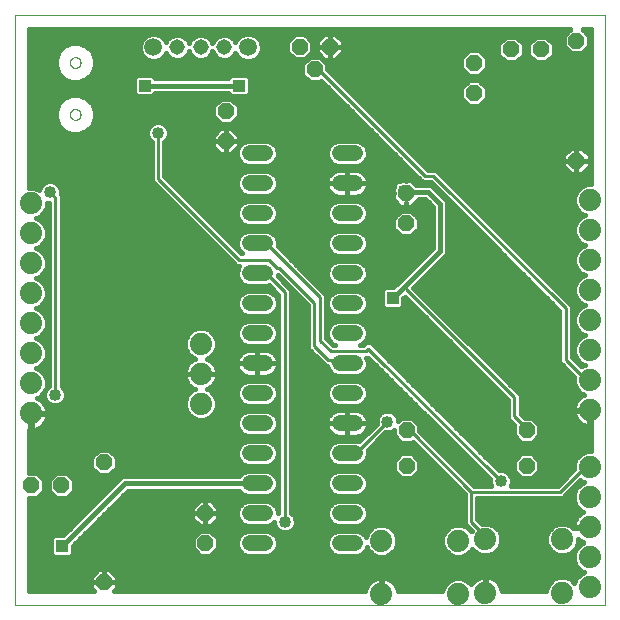
<source format=gbl>
G75*
%MOIN*%
%OFA0B0*%
%FSLAX25Y25*%
%IPPOS*%
%LPD*%
%AMOC8*
5,1,8,0,0,1.08239X$1,22.5*
%
%ADD10C,0.00000*%
%ADD11OC8,0.05200*%
%ADD12C,0.07400*%
%ADD13C,0.05200*%
%ADD14C,0.05150*%
%ADD15C,0.05937*%
%ADD16C,0.01600*%
%ADD17R,0.03962X0.03962*%
%ADD18C,0.01000*%
%ADD19C,0.04000*%
D10*
X0013611Y0013611D02*
X0013611Y0210461D01*
X0210461Y0210461D01*
X0210461Y0013611D01*
X0013611Y0013611D01*
X0031997Y0177194D02*
X0031999Y0177278D01*
X0032005Y0177361D01*
X0032015Y0177444D01*
X0032029Y0177527D01*
X0032046Y0177609D01*
X0032068Y0177690D01*
X0032093Y0177769D01*
X0032122Y0177848D01*
X0032155Y0177925D01*
X0032191Y0178000D01*
X0032231Y0178074D01*
X0032274Y0178146D01*
X0032321Y0178215D01*
X0032371Y0178282D01*
X0032424Y0178347D01*
X0032480Y0178409D01*
X0032538Y0178469D01*
X0032600Y0178526D01*
X0032664Y0178579D01*
X0032731Y0178630D01*
X0032800Y0178677D01*
X0032871Y0178722D01*
X0032944Y0178762D01*
X0033019Y0178799D01*
X0033096Y0178833D01*
X0033174Y0178863D01*
X0033253Y0178889D01*
X0033334Y0178912D01*
X0033416Y0178930D01*
X0033498Y0178945D01*
X0033581Y0178956D01*
X0033664Y0178963D01*
X0033748Y0178966D01*
X0033832Y0178965D01*
X0033915Y0178960D01*
X0033999Y0178951D01*
X0034081Y0178938D01*
X0034163Y0178922D01*
X0034244Y0178901D01*
X0034325Y0178877D01*
X0034403Y0178849D01*
X0034481Y0178817D01*
X0034557Y0178781D01*
X0034631Y0178742D01*
X0034703Y0178700D01*
X0034773Y0178654D01*
X0034841Y0178605D01*
X0034906Y0178553D01*
X0034969Y0178498D01*
X0035029Y0178440D01*
X0035087Y0178379D01*
X0035141Y0178315D01*
X0035193Y0178249D01*
X0035241Y0178181D01*
X0035286Y0178110D01*
X0035327Y0178037D01*
X0035366Y0177963D01*
X0035400Y0177887D01*
X0035431Y0177809D01*
X0035458Y0177730D01*
X0035482Y0177649D01*
X0035501Y0177568D01*
X0035517Y0177486D01*
X0035529Y0177403D01*
X0035537Y0177319D01*
X0035541Y0177236D01*
X0035541Y0177152D01*
X0035537Y0177069D01*
X0035529Y0176985D01*
X0035517Y0176902D01*
X0035501Y0176820D01*
X0035482Y0176739D01*
X0035458Y0176658D01*
X0035431Y0176579D01*
X0035400Y0176501D01*
X0035366Y0176425D01*
X0035327Y0176351D01*
X0035286Y0176278D01*
X0035241Y0176207D01*
X0035193Y0176139D01*
X0035141Y0176073D01*
X0035087Y0176009D01*
X0035029Y0175948D01*
X0034969Y0175890D01*
X0034906Y0175835D01*
X0034841Y0175783D01*
X0034773Y0175734D01*
X0034703Y0175688D01*
X0034631Y0175646D01*
X0034557Y0175607D01*
X0034481Y0175571D01*
X0034403Y0175539D01*
X0034325Y0175511D01*
X0034244Y0175487D01*
X0034163Y0175466D01*
X0034081Y0175450D01*
X0033999Y0175437D01*
X0033915Y0175428D01*
X0033832Y0175423D01*
X0033748Y0175422D01*
X0033664Y0175425D01*
X0033581Y0175432D01*
X0033498Y0175443D01*
X0033416Y0175458D01*
X0033334Y0175476D01*
X0033253Y0175499D01*
X0033174Y0175525D01*
X0033096Y0175555D01*
X0033019Y0175589D01*
X0032944Y0175626D01*
X0032871Y0175666D01*
X0032800Y0175711D01*
X0032731Y0175758D01*
X0032664Y0175809D01*
X0032600Y0175862D01*
X0032538Y0175919D01*
X0032480Y0175979D01*
X0032424Y0176041D01*
X0032371Y0176106D01*
X0032321Y0176173D01*
X0032274Y0176242D01*
X0032231Y0176314D01*
X0032191Y0176388D01*
X0032155Y0176463D01*
X0032122Y0176540D01*
X0032093Y0176619D01*
X0032068Y0176698D01*
X0032046Y0176779D01*
X0032029Y0176861D01*
X0032015Y0176944D01*
X0032005Y0177027D01*
X0031999Y0177110D01*
X0031997Y0177194D01*
X0031997Y0194517D02*
X0031999Y0194601D01*
X0032005Y0194684D01*
X0032015Y0194767D01*
X0032029Y0194850D01*
X0032046Y0194932D01*
X0032068Y0195013D01*
X0032093Y0195092D01*
X0032122Y0195171D01*
X0032155Y0195248D01*
X0032191Y0195323D01*
X0032231Y0195397D01*
X0032274Y0195469D01*
X0032321Y0195538D01*
X0032371Y0195605D01*
X0032424Y0195670D01*
X0032480Y0195732D01*
X0032538Y0195792D01*
X0032600Y0195849D01*
X0032664Y0195902D01*
X0032731Y0195953D01*
X0032800Y0196000D01*
X0032871Y0196045D01*
X0032944Y0196085D01*
X0033019Y0196122D01*
X0033096Y0196156D01*
X0033174Y0196186D01*
X0033253Y0196212D01*
X0033334Y0196235D01*
X0033416Y0196253D01*
X0033498Y0196268D01*
X0033581Y0196279D01*
X0033664Y0196286D01*
X0033748Y0196289D01*
X0033832Y0196288D01*
X0033915Y0196283D01*
X0033999Y0196274D01*
X0034081Y0196261D01*
X0034163Y0196245D01*
X0034244Y0196224D01*
X0034325Y0196200D01*
X0034403Y0196172D01*
X0034481Y0196140D01*
X0034557Y0196104D01*
X0034631Y0196065D01*
X0034703Y0196023D01*
X0034773Y0195977D01*
X0034841Y0195928D01*
X0034906Y0195876D01*
X0034969Y0195821D01*
X0035029Y0195763D01*
X0035087Y0195702D01*
X0035141Y0195638D01*
X0035193Y0195572D01*
X0035241Y0195504D01*
X0035286Y0195433D01*
X0035327Y0195360D01*
X0035366Y0195286D01*
X0035400Y0195210D01*
X0035431Y0195132D01*
X0035458Y0195053D01*
X0035482Y0194972D01*
X0035501Y0194891D01*
X0035517Y0194809D01*
X0035529Y0194726D01*
X0035537Y0194642D01*
X0035541Y0194559D01*
X0035541Y0194475D01*
X0035537Y0194392D01*
X0035529Y0194308D01*
X0035517Y0194225D01*
X0035501Y0194143D01*
X0035482Y0194062D01*
X0035458Y0193981D01*
X0035431Y0193902D01*
X0035400Y0193824D01*
X0035366Y0193748D01*
X0035327Y0193674D01*
X0035286Y0193601D01*
X0035241Y0193530D01*
X0035193Y0193462D01*
X0035141Y0193396D01*
X0035087Y0193332D01*
X0035029Y0193271D01*
X0034969Y0193213D01*
X0034906Y0193158D01*
X0034841Y0193106D01*
X0034773Y0193057D01*
X0034703Y0193011D01*
X0034631Y0192969D01*
X0034557Y0192930D01*
X0034481Y0192894D01*
X0034403Y0192862D01*
X0034325Y0192834D01*
X0034244Y0192810D01*
X0034163Y0192789D01*
X0034081Y0192773D01*
X0033999Y0192760D01*
X0033915Y0192751D01*
X0033832Y0192746D01*
X0033748Y0192745D01*
X0033664Y0192748D01*
X0033581Y0192755D01*
X0033498Y0192766D01*
X0033416Y0192781D01*
X0033334Y0192799D01*
X0033253Y0192822D01*
X0033174Y0192848D01*
X0033096Y0192878D01*
X0033019Y0192912D01*
X0032944Y0192949D01*
X0032871Y0192989D01*
X0032800Y0193034D01*
X0032731Y0193081D01*
X0032664Y0193132D01*
X0032600Y0193185D01*
X0032538Y0193242D01*
X0032480Y0193302D01*
X0032424Y0193364D01*
X0032371Y0193429D01*
X0032321Y0193496D01*
X0032274Y0193565D01*
X0032231Y0193637D01*
X0032191Y0193711D01*
X0032155Y0193786D01*
X0032122Y0193863D01*
X0032093Y0193942D01*
X0032068Y0194021D01*
X0032046Y0194102D01*
X0032029Y0194184D01*
X0032015Y0194267D01*
X0032005Y0194350D01*
X0031999Y0194433D01*
X0031997Y0194517D01*
D11*
X0084005Y0178296D03*
X0084005Y0168296D03*
X0113611Y0192253D03*
X0108611Y0199753D03*
X0118611Y0199753D03*
X0166682Y0194359D03*
X0166682Y0184359D03*
X0179005Y0198926D03*
X0189005Y0198926D03*
X0200816Y0201761D03*
X0200816Y0161761D03*
X0144005Y0150894D03*
X0144005Y0140894D03*
X0144202Y0071879D03*
X0144202Y0060068D03*
X0184202Y0060068D03*
X0184202Y0071879D03*
X0077076Y0044280D03*
X0077076Y0034280D03*
X0043335Y0021209D03*
X0029162Y0053572D03*
X0019162Y0053572D03*
X0043335Y0061209D03*
D12*
X0019005Y0077548D03*
X0019005Y0087548D03*
X0019005Y0097548D03*
X0019005Y0107548D03*
X0019005Y0117548D03*
X0019005Y0127548D03*
X0019005Y0137548D03*
X0019005Y0147548D03*
X0075619Y0100737D03*
X0075619Y0090737D03*
X0075619Y0080737D03*
X0135850Y0035149D03*
X0135850Y0017349D03*
X0161450Y0017349D03*
X0170457Y0017743D03*
X0161450Y0035149D03*
X0170457Y0035543D03*
X0196057Y0035543D03*
X0205225Y0039635D03*
X0205225Y0029635D03*
X0205225Y0019635D03*
X0196057Y0017743D03*
X0205225Y0049635D03*
X0205225Y0059635D03*
X0205383Y0078650D03*
X0205383Y0088650D03*
X0205383Y0098650D03*
X0205383Y0108650D03*
X0205383Y0118650D03*
X0205383Y0128650D03*
X0205383Y0138650D03*
X0205383Y0148650D03*
D13*
X0127077Y0144241D02*
X0121877Y0144241D01*
X0121877Y0154241D02*
X0127077Y0154241D01*
X0127077Y0164241D02*
X0121877Y0164241D01*
X0097077Y0164241D02*
X0091877Y0164241D01*
X0091877Y0154241D02*
X0097077Y0154241D01*
X0097077Y0144241D02*
X0091877Y0144241D01*
X0091877Y0134241D02*
X0097077Y0134241D01*
X0097077Y0124241D02*
X0091877Y0124241D01*
X0091877Y0114241D02*
X0097077Y0114241D01*
X0097077Y0104241D02*
X0091877Y0104241D01*
X0091877Y0094241D02*
X0097077Y0094241D01*
X0097077Y0084241D02*
X0091877Y0084241D01*
X0091877Y0074241D02*
X0097077Y0074241D01*
X0097077Y0064241D02*
X0091877Y0064241D01*
X0091877Y0054241D02*
X0097077Y0054241D01*
X0097077Y0044241D02*
X0091877Y0044241D01*
X0091877Y0034241D02*
X0097077Y0034241D01*
X0121877Y0034241D02*
X0127077Y0034241D01*
X0127077Y0044241D02*
X0121877Y0044241D01*
X0121877Y0054241D02*
X0127077Y0054241D01*
X0127077Y0064241D02*
X0121877Y0064241D01*
X0121877Y0074241D02*
X0127077Y0074241D01*
X0127077Y0084241D02*
X0121877Y0084241D01*
X0121877Y0094241D02*
X0127077Y0094241D01*
X0127077Y0104241D02*
X0121877Y0104241D01*
X0121877Y0114241D02*
X0127077Y0114241D01*
X0127077Y0124241D02*
X0121877Y0124241D01*
X0121877Y0134241D02*
X0127077Y0134241D01*
D14*
X0083454Y0199595D03*
X0075580Y0199595D03*
X0067706Y0199595D03*
D15*
X0059831Y0199595D03*
X0091328Y0199595D03*
D16*
X0095380Y0197440D02*
X0104984Y0197440D01*
X0104411Y0198013D02*
X0106871Y0195553D01*
X0110351Y0195553D01*
X0112811Y0198013D01*
X0112811Y0201492D01*
X0110351Y0203953D01*
X0106871Y0203953D01*
X0104411Y0201492D01*
X0104411Y0198013D01*
X0104411Y0199038D02*
X0095896Y0199038D01*
X0095896Y0198687D02*
X0095896Y0200504D01*
X0095201Y0202183D01*
X0093915Y0203468D01*
X0092236Y0204164D01*
X0090419Y0204164D01*
X0088740Y0203468D01*
X0087455Y0202183D01*
X0087177Y0201514D01*
X0086993Y0201960D01*
X0085818Y0203134D01*
X0084284Y0203770D01*
X0082623Y0203770D01*
X0081089Y0203134D01*
X0079914Y0201960D01*
X0079517Y0201000D01*
X0079119Y0201960D01*
X0077944Y0203134D01*
X0076410Y0203770D01*
X0074749Y0203770D01*
X0073215Y0203134D01*
X0072040Y0201960D01*
X0071643Y0201000D01*
X0071245Y0201960D01*
X0070070Y0203134D01*
X0068536Y0203770D01*
X0066875Y0203770D01*
X0065341Y0203134D01*
X0064166Y0201960D01*
X0063982Y0201514D01*
X0063704Y0202183D01*
X0062419Y0203468D01*
X0060740Y0204164D01*
X0058923Y0204164D01*
X0057244Y0203468D01*
X0055959Y0202183D01*
X0055263Y0200504D01*
X0055263Y0198687D01*
X0055959Y0197007D01*
X0057244Y0195722D01*
X0058923Y0195027D01*
X0060740Y0195027D01*
X0062419Y0195722D01*
X0063704Y0197007D01*
X0063982Y0197676D01*
X0064166Y0197230D01*
X0065341Y0196056D01*
X0066875Y0195420D01*
X0068536Y0195420D01*
X0070070Y0196056D01*
X0071245Y0197230D01*
X0071643Y0198191D01*
X0072040Y0197230D01*
X0073215Y0196056D01*
X0074749Y0195420D01*
X0076410Y0195420D01*
X0077944Y0196056D01*
X0079119Y0197230D01*
X0079517Y0198191D01*
X0079914Y0197230D01*
X0081089Y0196056D01*
X0082623Y0195420D01*
X0084284Y0195420D01*
X0085818Y0196056D01*
X0086993Y0197230D01*
X0087177Y0197676D01*
X0087455Y0197007D01*
X0088740Y0195722D01*
X0090419Y0195027D01*
X0092236Y0195027D01*
X0093915Y0195722D01*
X0095201Y0197007D01*
X0095896Y0198687D01*
X0095841Y0200637D02*
X0104411Y0200637D01*
X0105154Y0202235D02*
X0095148Y0202235D01*
X0093033Y0203834D02*
X0106752Y0203834D01*
X0110470Y0203834D02*
X0116470Y0203834D01*
X0116788Y0204153D02*
X0114211Y0201575D01*
X0114211Y0199753D01*
X0118611Y0199753D01*
X0118611Y0204153D01*
X0120434Y0204153D01*
X0123011Y0201575D01*
X0123011Y0199753D01*
X0118611Y0199753D01*
X0118611Y0199753D01*
X0118611Y0204153D01*
X0116788Y0204153D01*
X0118611Y0203834D02*
X0118611Y0203834D01*
X0118611Y0202235D02*
X0118611Y0202235D01*
X0118611Y0200637D02*
X0118611Y0200637D01*
X0118611Y0199753D02*
X0118611Y0199753D01*
X0118611Y0199753D01*
X0114211Y0199753D01*
X0114211Y0197930D01*
X0116788Y0195353D01*
X0118611Y0195353D01*
X0120434Y0195353D01*
X0123011Y0197930D01*
X0123011Y0199753D01*
X0118611Y0199753D01*
X0118611Y0195353D01*
X0118611Y0199753D01*
X0118611Y0199753D01*
X0118611Y0199038D02*
X0118611Y0199038D01*
X0118611Y0197440D02*
X0118611Y0197440D01*
X0118611Y0195841D02*
X0118611Y0195841D01*
X0117561Y0194243D02*
X0162482Y0194243D01*
X0162482Y0195841D02*
X0120922Y0195841D01*
X0122521Y0197440D02*
X0163823Y0197440D01*
X0164942Y0198559D02*
X0162482Y0196099D01*
X0162482Y0192619D01*
X0164942Y0190159D01*
X0168422Y0190159D01*
X0170882Y0192619D01*
X0170882Y0196099D01*
X0168422Y0198559D01*
X0164942Y0198559D01*
X0169541Y0197440D02*
X0174805Y0197440D01*
X0174805Y0197186D02*
X0177265Y0194726D01*
X0180744Y0194726D01*
X0183205Y0197186D01*
X0183205Y0200666D01*
X0180744Y0203126D01*
X0177265Y0203126D01*
X0174805Y0200666D01*
X0174805Y0197186D01*
X0174805Y0199038D02*
X0123011Y0199038D01*
X0123011Y0200637D02*
X0174805Y0200637D01*
X0176374Y0202235D02*
X0122351Y0202235D01*
X0120752Y0203834D02*
X0196949Y0203834D01*
X0196616Y0203500D02*
X0196616Y0200021D01*
X0199076Y0197561D01*
X0202555Y0197561D01*
X0205016Y0200021D01*
X0205016Y0203500D01*
X0202855Y0205661D01*
X0205661Y0205661D01*
X0205661Y0153950D01*
X0204328Y0153950D01*
X0202380Y0153144D01*
X0200890Y0151653D01*
X0200083Y0149705D01*
X0200083Y0147596D01*
X0200890Y0145648D01*
X0202380Y0144157D01*
X0203604Y0143650D01*
X0202380Y0143144D01*
X0200890Y0141653D01*
X0200083Y0139705D01*
X0200083Y0137596D01*
X0200890Y0135648D01*
X0202380Y0134157D01*
X0203604Y0133650D01*
X0202380Y0133144D01*
X0200890Y0131653D01*
X0200083Y0129705D01*
X0200083Y0127596D01*
X0200890Y0125648D01*
X0202380Y0124157D01*
X0203604Y0123650D01*
X0202380Y0123144D01*
X0200890Y0121653D01*
X0200083Y0119705D01*
X0200083Y0117596D01*
X0200890Y0115648D01*
X0202380Y0114157D01*
X0203604Y0113650D01*
X0202380Y0113144D01*
X0200890Y0111653D01*
X0200083Y0109705D01*
X0200083Y0107596D01*
X0200890Y0105648D01*
X0202380Y0104157D01*
X0203604Y0103650D01*
X0202380Y0103144D01*
X0200890Y0101653D01*
X0200083Y0099705D01*
X0200083Y0097596D01*
X0200890Y0095648D01*
X0202380Y0094157D01*
X0203604Y0093650D01*
X0202499Y0093193D01*
X0199311Y0096381D01*
X0199311Y0113481D01*
X0198081Y0114711D01*
X0153981Y0158811D01*
X0151281Y0158811D01*
X0117811Y0192281D01*
X0117811Y0193992D01*
X0115351Y0196453D01*
X0111871Y0196453D01*
X0109411Y0193992D01*
X0109411Y0190513D01*
X0111871Y0188053D01*
X0115351Y0188053D01*
X0115725Y0188427D01*
X0148311Y0155841D01*
X0149541Y0154611D01*
X0152241Y0154611D01*
X0195111Y0111741D01*
X0195111Y0094641D01*
X0200083Y0089670D01*
X0200083Y0087596D01*
X0200890Y0085648D01*
X0202380Y0084157D01*
X0203327Y0083765D01*
X0203271Y0083747D01*
X0202500Y0083354D01*
X0201800Y0082846D01*
X0201188Y0082233D01*
X0200679Y0081533D01*
X0200286Y0080762D01*
X0200018Y0079938D01*
X0199883Y0079083D01*
X0199883Y0078850D01*
X0205183Y0078850D01*
X0205183Y0078450D01*
X0205583Y0078450D01*
X0205583Y0073150D01*
X0205661Y0073150D01*
X0205661Y0064935D01*
X0204171Y0064935D01*
X0202223Y0064128D01*
X0200732Y0062637D01*
X0199925Y0060689D01*
X0199925Y0058895D01*
X0194541Y0053511D01*
X0178886Y0053511D01*
X0179211Y0054295D01*
X0179211Y0055727D01*
X0178663Y0057050D01*
X0177650Y0058063D01*
X0176327Y0058611D01*
X0174981Y0058611D01*
X0132381Y0101211D01*
X0130641Y0101211D01*
X0129741Y0100311D01*
X0128565Y0100311D01*
X0129456Y0100680D01*
X0130638Y0101862D01*
X0131277Y0103405D01*
X0131277Y0105076D01*
X0130638Y0106620D01*
X0129456Y0107802D01*
X0127913Y0108441D01*
X0121042Y0108441D01*
X0119498Y0107802D01*
X0118317Y0106620D01*
X0117677Y0105076D01*
X0117677Y0103405D01*
X0118317Y0101862D01*
X0119498Y0100680D01*
X0120390Y0100311D01*
X0119781Y0100311D01*
X0117411Y0102681D01*
X0117411Y0117081D01*
X0116181Y0118311D01*
X0101221Y0133271D01*
X0101277Y0133405D01*
X0101277Y0135076D01*
X0100638Y0136620D01*
X0099456Y0137802D01*
X0097913Y0138441D01*
X0091042Y0138441D01*
X0089498Y0137802D01*
X0088317Y0136620D01*
X0087677Y0135076D01*
X0087677Y0133405D01*
X0088317Y0131862D01*
X0089267Y0130911D01*
X0089181Y0130911D01*
X0063411Y0156681D01*
X0063411Y0168120D01*
X0064363Y0169072D01*
X0064911Y0170395D01*
X0064911Y0171827D01*
X0064363Y0173150D01*
X0063350Y0174163D01*
X0062027Y0174711D01*
X0060595Y0174711D01*
X0059272Y0174163D01*
X0058259Y0173150D01*
X0057711Y0171827D01*
X0057711Y0170395D01*
X0058259Y0169072D01*
X0059211Y0168120D01*
X0059211Y0154941D01*
X0086211Y0127941D01*
X0087441Y0126711D01*
X0088408Y0126711D01*
X0088317Y0126620D01*
X0087677Y0125076D01*
X0087677Y0123405D01*
X0088317Y0121862D01*
X0089498Y0120680D01*
X0091042Y0120041D01*
X0097913Y0120041D01*
X0098407Y0120246D01*
X0101511Y0117141D01*
X0101511Y0044502D01*
X0101277Y0044268D01*
X0101277Y0045076D01*
X0100638Y0046620D01*
X0099456Y0047802D01*
X0097913Y0048441D01*
X0091042Y0048441D01*
X0089498Y0047802D01*
X0088317Y0046620D01*
X0087677Y0045076D01*
X0087677Y0043405D01*
X0088317Y0041862D01*
X0089498Y0040680D01*
X0091042Y0040041D01*
X0097913Y0040041D01*
X0099456Y0040680D01*
X0100011Y0041235D01*
X0100011Y0040795D01*
X0100559Y0039472D01*
X0101572Y0038459D01*
X0102895Y0037911D01*
X0104327Y0037911D01*
X0105650Y0038459D01*
X0106663Y0039472D01*
X0107211Y0040795D01*
X0107211Y0042227D01*
X0106663Y0043550D01*
X0105711Y0044502D01*
X0105711Y0118881D01*
X0104481Y0120111D01*
X0101251Y0123341D01*
X0101277Y0123405D01*
X0101277Y0123675D01*
X0111411Y0113541D01*
X0111411Y0099141D01*
X0115911Y0094641D01*
X0117141Y0093411D01*
X0117677Y0093411D01*
X0117677Y0093405D01*
X0118317Y0091862D01*
X0119498Y0090680D01*
X0121042Y0090041D01*
X0127913Y0090041D01*
X0129456Y0090680D01*
X0130638Y0091862D01*
X0131277Y0093405D01*
X0131277Y0095076D01*
X0130849Y0096111D01*
X0131481Y0096111D01*
X0131511Y0096141D01*
X0172011Y0055641D01*
X0172011Y0054295D01*
X0172336Y0053511D01*
X0166581Y0053511D01*
X0148402Y0071690D01*
X0148402Y0073618D01*
X0145941Y0076079D01*
X0142462Y0076079D01*
X0141411Y0075028D01*
X0141411Y0075527D01*
X0140863Y0076850D01*
X0139850Y0077863D01*
X0138527Y0078411D01*
X0137095Y0078411D01*
X0135772Y0077863D01*
X0134759Y0076850D01*
X0134211Y0075527D01*
X0134211Y0074181D01*
X0128308Y0068277D01*
X0127913Y0068441D01*
X0121042Y0068441D01*
X0119498Y0067802D01*
X0118317Y0066620D01*
X0117677Y0065076D01*
X0117677Y0063405D01*
X0118317Y0061862D01*
X0119498Y0060680D01*
X0121042Y0060041D01*
X0127913Y0060041D01*
X0129456Y0060680D01*
X0130638Y0061862D01*
X0131277Y0063405D01*
X0131277Y0065076D01*
X0131210Y0065240D01*
X0137181Y0071211D01*
X0138527Y0071211D01*
X0139850Y0071759D01*
X0140002Y0071910D01*
X0140002Y0070139D01*
X0142462Y0067679D01*
X0145941Y0067679D01*
X0146207Y0067945D01*
X0163611Y0050541D01*
X0163611Y0040641D01*
X0165889Y0038364D01*
X0165842Y0038252D01*
X0164453Y0039642D01*
X0162505Y0040449D01*
X0160396Y0040449D01*
X0158448Y0039642D01*
X0156957Y0038151D01*
X0156150Y0036203D01*
X0156150Y0034095D01*
X0156957Y0032147D01*
X0158448Y0030656D01*
X0160396Y0029849D01*
X0162505Y0029849D01*
X0164453Y0030656D01*
X0165944Y0032147D01*
X0166065Y0032439D01*
X0167454Y0031049D01*
X0169402Y0030243D01*
X0171511Y0030243D01*
X0173459Y0031049D01*
X0174950Y0032540D01*
X0175757Y0034488D01*
X0175757Y0036597D01*
X0174950Y0038545D01*
X0173459Y0040036D01*
X0171511Y0040843D01*
X0169402Y0040843D01*
X0169365Y0040827D01*
X0167811Y0042381D01*
X0167811Y0049311D01*
X0196281Y0049311D01*
X0197511Y0050541D01*
X0202167Y0055197D01*
X0202223Y0055142D01*
X0203447Y0054635D01*
X0202223Y0054128D01*
X0200732Y0052637D01*
X0199925Y0050689D01*
X0199925Y0048580D01*
X0200732Y0046632D01*
X0202223Y0045142D01*
X0203169Y0044750D01*
X0203114Y0044732D01*
X0202343Y0044339D01*
X0201642Y0043830D01*
X0201030Y0043218D01*
X0200521Y0042517D01*
X0200128Y0041746D01*
X0199861Y0040923D01*
X0199725Y0040068D01*
X0199725Y0039835D01*
X0205025Y0039835D01*
X0205025Y0039435D01*
X0199725Y0039435D01*
X0199725Y0039369D01*
X0199059Y0040036D01*
X0197111Y0040843D01*
X0195002Y0040843D01*
X0193054Y0040036D01*
X0191564Y0038545D01*
X0190757Y0036597D01*
X0190757Y0034488D01*
X0191564Y0032540D01*
X0193054Y0031049D01*
X0195002Y0030243D01*
X0197111Y0030243D01*
X0199059Y0031049D01*
X0200550Y0032540D01*
X0201357Y0034488D01*
X0201357Y0035725D01*
X0201642Y0035439D01*
X0202343Y0034931D01*
X0203114Y0034538D01*
X0203169Y0034520D01*
X0202223Y0034128D01*
X0200732Y0032637D01*
X0199925Y0030689D01*
X0199925Y0028580D01*
X0200732Y0026632D01*
X0202223Y0025142D01*
X0203447Y0024635D01*
X0202223Y0024128D01*
X0200732Y0022637D01*
X0200124Y0021170D01*
X0199059Y0022236D01*
X0197111Y0023043D01*
X0195002Y0023043D01*
X0193054Y0022236D01*
X0191564Y0020745D01*
X0190757Y0018797D01*
X0190757Y0018411D01*
X0175919Y0018411D01*
X0175821Y0019030D01*
X0175554Y0019854D01*
X0175161Y0020625D01*
X0174652Y0021326D01*
X0174040Y0021938D01*
X0173339Y0022447D01*
X0172568Y0022840D01*
X0171745Y0023107D01*
X0170890Y0023243D01*
X0170657Y0023243D01*
X0170657Y0018411D01*
X0170257Y0018411D01*
X0170257Y0023243D01*
X0170024Y0023243D01*
X0169169Y0023107D01*
X0168345Y0022840D01*
X0167574Y0022447D01*
X0166874Y0021938D01*
X0166262Y0021326D01*
X0165753Y0020625D01*
X0165725Y0020570D01*
X0164453Y0021842D01*
X0162505Y0022649D01*
X0160396Y0022649D01*
X0158448Y0021842D01*
X0156957Y0020351D01*
X0156154Y0018411D01*
X0141251Y0018411D01*
X0141215Y0018637D01*
X0140947Y0019460D01*
X0140554Y0020231D01*
X0140046Y0020932D01*
X0139433Y0021544D01*
X0138733Y0022053D01*
X0137962Y0022446D01*
X0137138Y0022713D01*
X0136283Y0022849D01*
X0136050Y0022849D01*
X0136050Y0018411D01*
X0135650Y0018411D01*
X0135650Y0022849D01*
X0135418Y0022849D01*
X0134562Y0022713D01*
X0133739Y0022446D01*
X0132968Y0022053D01*
X0132267Y0021544D01*
X0131655Y0020932D01*
X0131146Y0020231D01*
X0130753Y0019460D01*
X0130486Y0018637D01*
X0130450Y0018411D01*
X0046760Y0018411D01*
X0047735Y0019387D01*
X0047735Y0021209D01*
X0043336Y0021209D01*
X0043336Y0021209D01*
X0047735Y0021209D01*
X0047735Y0023032D01*
X0045158Y0025609D01*
X0043335Y0025609D01*
X0041513Y0025609D01*
X0038935Y0023032D01*
X0038935Y0021209D01*
X0038935Y0019387D01*
X0039911Y0018411D01*
X0018411Y0018411D01*
X0018411Y0049372D01*
X0020902Y0049372D01*
X0023362Y0051832D01*
X0023362Y0055311D01*
X0020902Y0057772D01*
X0018411Y0057772D01*
X0018411Y0072074D01*
X0018572Y0072048D01*
X0018805Y0072048D01*
X0018805Y0077348D01*
X0019205Y0077348D01*
X0019205Y0077748D01*
X0024505Y0077748D01*
X0024505Y0077981D01*
X0024369Y0078836D01*
X0024102Y0079659D01*
X0023709Y0080431D01*
X0023200Y0081131D01*
X0022588Y0081743D01*
X0021887Y0082252D01*
X0021116Y0082645D01*
X0021061Y0082663D01*
X0022007Y0083055D01*
X0023498Y0084546D01*
X0024305Y0086494D01*
X0024305Y0088602D01*
X0023498Y0090550D01*
X0022007Y0092041D01*
X0020783Y0092548D01*
X0022007Y0093055D01*
X0023498Y0094546D01*
X0024305Y0096494D01*
X0024305Y0098602D01*
X0023498Y0100550D01*
X0022007Y0102041D01*
X0020783Y0102548D01*
X0022007Y0103055D01*
X0023498Y0104546D01*
X0024305Y0106494D01*
X0024305Y0108602D01*
X0023498Y0110550D01*
X0022007Y0112041D01*
X0020783Y0112548D01*
X0022007Y0113055D01*
X0023498Y0114546D01*
X0024305Y0116494D01*
X0024305Y0118602D01*
X0023498Y0120550D01*
X0022007Y0122041D01*
X0020783Y0122548D01*
X0022007Y0123055D01*
X0023498Y0124546D01*
X0024305Y0126494D01*
X0024305Y0128602D01*
X0023498Y0130550D01*
X0022007Y0132041D01*
X0020783Y0132548D01*
X0022007Y0133055D01*
X0023498Y0134546D01*
X0024305Y0136494D01*
X0024305Y0138602D01*
X0023498Y0140550D01*
X0022007Y0142041D01*
X0020783Y0142548D01*
X0022007Y0143055D01*
X0023498Y0144546D01*
X0024305Y0146494D01*
X0024305Y0147831D01*
X0024595Y0147711D01*
X0025011Y0147711D01*
X0025011Y0086802D01*
X0024059Y0085850D01*
X0023511Y0084527D01*
X0023511Y0083095D01*
X0024059Y0081772D01*
X0025072Y0080759D01*
X0026395Y0080211D01*
X0027827Y0080211D01*
X0029150Y0080759D01*
X0030163Y0081772D01*
X0030711Y0083095D01*
X0030711Y0084527D01*
X0030163Y0085850D01*
X0029211Y0086802D01*
X0029211Y0150381D01*
X0028911Y0150681D01*
X0028911Y0152027D01*
X0028363Y0153350D01*
X0027350Y0154363D01*
X0026027Y0154911D01*
X0024595Y0154911D01*
X0023272Y0154363D01*
X0022259Y0153350D01*
X0021759Y0152144D01*
X0020059Y0152848D01*
X0018411Y0152848D01*
X0018411Y0205661D01*
X0198777Y0205661D01*
X0196616Y0203500D01*
X0196616Y0202235D02*
X0191635Y0202235D01*
X0190744Y0203126D02*
X0187265Y0203126D01*
X0184805Y0200666D01*
X0184805Y0197186D01*
X0187265Y0194726D01*
X0190744Y0194726D01*
X0193205Y0197186D01*
X0193205Y0200666D01*
X0190744Y0203126D01*
X0193205Y0200637D02*
X0196616Y0200637D01*
X0197598Y0199038D02*
X0193205Y0199038D01*
X0193205Y0197440D02*
X0205661Y0197440D01*
X0205661Y0199038D02*
X0204033Y0199038D01*
X0205016Y0200637D02*
X0205661Y0200637D01*
X0205661Y0202235D02*
X0205016Y0202235D01*
X0204682Y0203834D02*
X0205661Y0203834D01*
X0205661Y0205432D02*
X0203084Y0205432D01*
X0198548Y0205432D02*
X0018411Y0205432D01*
X0018411Y0203834D02*
X0058126Y0203834D01*
X0056011Y0202235D02*
X0018411Y0202235D01*
X0018411Y0200637D02*
X0031372Y0200637D01*
X0032461Y0201088D02*
X0030046Y0200088D01*
X0028197Y0198239D01*
X0027197Y0195824D01*
X0027197Y0193209D01*
X0028197Y0190794D01*
X0030046Y0188945D01*
X0032461Y0187945D01*
X0035076Y0187945D01*
X0037491Y0188945D01*
X0039340Y0190794D01*
X0040340Y0193209D01*
X0040340Y0195824D01*
X0039340Y0198239D01*
X0037491Y0200088D01*
X0035076Y0201088D01*
X0032461Y0201088D01*
X0036165Y0200637D02*
X0055318Y0200637D01*
X0055263Y0199038D02*
X0038540Y0199038D01*
X0039671Y0197440D02*
X0055779Y0197440D01*
X0057125Y0195841D02*
X0040333Y0195841D01*
X0040340Y0194243D02*
X0109661Y0194243D01*
X0109411Y0192644D02*
X0040106Y0192644D01*
X0039444Y0191046D02*
X0109411Y0191046D01*
X0110477Y0189447D02*
X0091995Y0189447D01*
X0091995Y0189483D02*
X0091058Y0190420D01*
X0085770Y0190420D01*
X0084833Y0189483D01*
X0084833Y0189239D01*
X0060499Y0189239D01*
X0060499Y0189483D01*
X0059562Y0190420D01*
X0054274Y0190420D01*
X0053337Y0189483D01*
X0053337Y0184196D01*
X0054274Y0183258D01*
X0059562Y0183258D01*
X0060499Y0184196D01*
X0060499Y0184439D01*
X0084833Y0184439D01*
X0084833Y0184196D01*
X0085770Y0183258D01*
X0091058Y0183258D01*
X0091995Y0184196D01*
X0091995Y0189483D01*
X0091995Y0187849D02*
X0116303Y0187849D01*
X0117902Y0186250D02*
X0091995Y0186250D01*
X0091995Y0184652D02*
X0119500Y0184652D01*
X0121099Y0183053D02*
X0036795Y0183053D01*
X0037491Y0182765D02*
X0035076Y0183765D01*
X0032461Y0183765D01*
X0030046Y0182765D01*
X0028197Y0180916D01*
X0027197Y0178501D01*
X0027197Y0175887D01*
X0028197Y0173471D01*
X0030046Y0171623D01*
X0032461Y0170622D01*
X0035076Y0170622D01*
X0037491Y0171623D01*
X0039340Y0173471D01*
X0040340Y0175887D01*
X0040340Y0178501D01*
X0039340Y0180916D01*
X0037491Y0182765D01*
X0038801Y0181455D02*
X0081224Y0181455D01*
X0082265Y0182496D02*
X0079805Y0180036D01*
X0079805Y0176556D01*
X0082265Y0174096D01*
X0085744Y0174096D01*
X0088205Y0176556D01*
X0088205Y0180036D01*
X0085744Y0182496D01*
X0082265Y0182496D01*
X0079805Y0179856D02*
X0039779Y0179856D01*
X0040340Y0178258D02*
X0079805Y0178258D01*
X0079805Y0176659D02*
X0040340Y0176659D01*
X0039998Y0175061D02*
X0081300Y0175061D01*
X0082182Y0172696D02*
X0079605Y0170119D01*
X0079605Y0168296D01*
X0079605Y0166474D01*
X0082182Y0163896D01*
X0084005Y0163896D01*
X0085827Y0163896D01*
X0088151Y0166219D01*
X0087677Y0165076D01*
X0087677Y0163405D01*
X0088317Y0161862D01*
X0089498Y0160680D01*
X0091042Y0160041D01*
X0097913Y0160041D01*
X0099456Y0160680D01*
X0100638Y0161862D01*
X0101277Y0163405D01*
X0101277Y0165076D01*
X0100638Y0166620D01*
X0099456Y0167802D01*
X0097913Y0168441D01*
X0091042Y0168441D01*
X0089498Y0167802D01*
X0088405Y0166708D01*
X0088405Y0168296D01*
X0084005Y0168296D01*
X0084005Y0168296D01*
X0088405Y0168296D01*
X0088405Y0170119D01*
X0085827Y0172696D01*
X0084005Y0172696D01*
X0084005Y0168296D01*
X0084005Y0163896D01*
X0084005Y0168296D01*
X0084005Y0168296D01*
X0084005Y0168296D01*
X0084005Y0172696D01*
X0082182Y0172696D01*
X0081350Y0171864D02*
X0064896Y0171864D01*
X0064857Y0170265D02*
X0079751Y0170265D01*
X0079605Y0168667D02*
X0063958Y0168667D01*
X0063411Y0167068D02*
X0079605Y0167068D01*
X0079605Y0168296D02*
X0084005Y0168296D01*
X0084005Y0168296D01*
X0079605Y0168296D01*
X0080609Y0165470D02*
X0063411Y0165470D01*
X0063411Y0163871D02*
X0087677Y0163871D01*
X0087840Y0165470D02*
X0087401Y0165470D01*
X0088405Y0167068D02*
X0088765Y0167068D01*
X0088405Y0168667D02*
X0135486Y0168667D01*
X0137084Y0167068D02*
X0130190Y0167068D01*
X0130638Y0166620D02*
X0129456Y0167802D01*
X0127913Y0168441D01*
X0121042Y0168441D01*
X0119498Y0167802D01*
X0118317Y0166620D01*
X0117677Y0165076D01*
X0117677Y0163405D01*
X0118317Y0161862D01*
X0119498Y0160680D01*
X0121042Y0160041D01*
X0127913Y0160041D01*
X0129456Y0160680D01*
X0130638Y0161862D01*
X0131277Y0163405D01*
X0131277Y0165076D01*
X0130638Y0166620D01*
X0131114Y0165470D02*
X0138683Y0165470D01*
X0140281Y0163871D02*
X0131277Y0163871D01*
X0130808Y0162273D02*
X0141880Y0162273D01*
X0143478Y0160674D02*
X0129441Y0160674D01*
X0128766Y0158319D02*
X0128107Y0158533D01*
X0127423Y0158641D01*
X0124477Y0158641D01*
X0121531Y0158641D01*
X0120847Y0158533D01*
X0120188Y0158319D01*
X0119571Y0158004D01*
X0119011Y0157597D01*
X0118521Y0157107D01*
X0118114Y0156547D01*
X0117800Y0155930D01*
X0117586Y0155271D01*
X0117477Y0154587D01*
X0117477Y0154241D01*
X0124477Y0154241D01*
X0124477Y0154241D01*
X0124477Y0158641D01*
X0124477Y0154241D01*
X0124477Y0154241D01*
X0117477Y0154241D01*
X0117477Y0153895D01*
X0117586Y0153211D01*
X0117800Y0152552D01*
X0118114Y0151935D01*
X0118521Y0151375D01*
X0119011Y0150885D01*
X0119571Y0150478D01*
X0120188Y0150163D01*
X0120847Y0149949D01*
X0121531Y0149841D01*
X0124477Y0149841D01*
X0124477Y0154241D01*
X0124477Y0154241D01*
X0124477Y0149841D01*
X0127423Y0149841D01*
X0128107Y0149949D01*
X0128766Y0150163D01*
X0129383Y0150478D01*
X0129944Y0150885D01*
X0130433Y0151375D01*
X0130840Y0151935D01*
X0131155Y0152552D01*
X0131369Y0153211D01*
X0131477Y0153895D01*
X0131477Y0154241D01*
X0131477Y0154587D01*
X0131369Y0155271D01*
X0131155Y0155930D01*
X0130840Y0156547D01*
X0130433Y0157107D01*
X0129944Y0157597D01*
X0129383Y0158004D01*
X0128766Y0158319D01*
X0130064Y0157477D02*
X0146675Y0157477D01*
X0145077Y0159076D02*
X0063411Y0159076D01*
X0063411Y0160674D02*
X0089513Y0160674D01*
X0088146Y0162273D02*
X0063411Y0162273D01*
X0059211Y0162273D02*
X0018411Y0162273D01*
X0018411Y0163871D02*
X0059211Y0163871D01*
X0059211Y0165470D02*
X0018411Y0165470D01*
X0018411Y0167068D02*
X0059211Y0167068D01*
X0058664Y0168667D02*
X0018411Y0168667D01*
X0018411Y0170265D02*
X0057765Y0170265D01*
X0057726Y0171864D02*
X0037732Y0171864D01*
X0039331Y0173462D02*
X0058571Y0173462D01*
X0064051Y0173462D02*
X0130690Y0173462D01*
X0132289Y0171864D02*
X0086660Y0171864D01*
X0088258Y0170265D02*
X0133887Y0170265D01*
X0136630Y0173462D02*
X0205661Y0173462D01*
X0205661Y0171864D02*
X0138228Y0171864D01*
X0139827Y0170265D02*
X0205661Y0170265D01*
X0205661Y0168667D02*
X0141425Y0168667D01*
X0143024Y0167068D02*
X0205661Y0167068D01*
X0205661Y0165470D02*
X0203329Y0165470D01*
X0202638Y0166161D02*
X0205216Y0163583D01*
X0205216Y0161761D01*
X0200816Y0161761D01*
X0200816Y0161761D01*
X0200816Y0166161D01*
X0202638Y0166161D01*
X0200816Y0166161D02*
X0198993Y0166161D01*
X0196416Y0163583D01*
X0196416Y0161761D01*
X0200816Y0161761D01*
X0200816Y0161761D01*
X0200816Y0166161D01*
X0200816Y0165470D02*
X0200816Y0165470D01*
X0200816Y0163871D02*
X0200816Y0163871D01*
X0200816Y0162273D02*
X0200816Y0162273D01*
X0200816Y0161761D02*
X0200816Y0161761D01*
X0205216Y0161761D01*
X0205216Y0159938D01*
X0202638Y0157361D01*
X0200816Y0157361D01*
X0200816Y0161760D01*
X0200816Y0161760D01*
X0200816Y0157361D01*
X0198993Y0157361D01*
X0196416Y0159938D01*
X0196416Y0161761D01*
X0200816Y0161761D01*
X0200816Y0160674D02*
X0200816Y0160674D01*
X0200816Y0159076D02*
X0200816Y0159076D01*
X0200816Y0157477D02*
X0200816Y0157477D01*
X0202755Y0157477D02*
X0205661Y0157477D01*
X0205661Y0155879D02*
X0156913Y0155879D01*
X0155315Y0157477D02*
X0198877Y0157477D01*
X0197278Y0159076D02*
X0151016Y0159076D01*
X0149418Y0160674D02*
X0196416Y0160674D01*
X0196416Y0162273D02*
X0147819Y0162273D01*
X0146221Y0163871D02*
X0196704Y0163871D01*
X0198302Y0165470D02*
X0144622Y0165470D01*
X0135031Y0175061D02*
X0205661Y0175061D01*
X0205661Y0176659D02*
X0133433Y0176659D01*
X0131834Y0178258D02*
X0205661Y0178258D01*
X0205661Y0179856D02*
X0130236Y0179856D01*
X0128637Y0181455D02*
X0163647Y0181455D01*
X0162482Y0182619D02*
X0164942Y0180159D01*
X0168422Y0180159D01*
X0170882Y0182619D01*
X0170882Y0186099D01*
X0168422Y0188559D01*
X0164942Y0188559D01*
X0162482Y0186099D01*
X0162482Y0182619D01*
X0162482Y0183053D02*
X0127039Y0183053D01*
X0125440Y0184652D02*
X0162482Y0184652D01*
X0162633Y0186250D02*
X0123842Y0186250D01*
X0122243Y0187849D02*
X0164232Y0187849D01*
X0164055Y0191046D02*
X0119046Y0191046D01*
X0117811Y0192644D02*
X0162482Y0192644D01*
X0169308Y0191046D02*
X0205661Y0191046D01*
X0205661Y0192644D02*
X0170882Y0192644D01*
X0170882Y0194243D02*
X0205661Y0194243D01*
X0205661Y0195841D02*
X0191860Y0195841D01*
X0186150Y0195841D02*
X0181860Y0195841D01*
X0183205Y0197440D02*
X0184805Y0197440D01*
X0184805Y0199038D02*
X0183205Y0199038D01*
X0183205Y0200637D02*
X0184805Y0200637D01*
X0186374Y0202235D02*
X0181635Y0202235D01*
X0176150Y0195841D02*
X0170882Y0195841D01*
X0169132Y0187849D02*
X0205661Y0187849D01*
X0205661Y0189447D02*
X0120645Y0189447D01*
X0116300Y0195841D02*
X0115962Y0195841D01*
X0114701Y0197440D02*
X0112238Y0197440D01*
X0112811Y0199038D02*
X0114211Y0199038D01*
X0114211Y0200637D02*
X0112811Y0200637D01*
X0112068Y0202235D02*
X0114871Y0202235D01*
X0111260Y0195841D02*
X0110639Y0195841D01*
X0106583Y0195841D02*
X0094034Y0195841D01*
X0088621Y0195841D02*
X0085300Y0195841D01*
X0087079Y0197440D02*
X0087275Y0197440D01*
X0087507Y0202235D02*
X0086718Y0202235D01*
X0089622Y0203834D02*
X0061537Y0203834D01*
X0063652Y0202235D02*
X0064442Y0202235D01*
X0064080Y0197440D02*
X0063884Y0197440D01*
X0062538Y0195841D02*
X0065859Y0195841D01*
X0069552Y0195841D02*
X0073733Y0195841D01*
X0071954Y0197440D02*
X0071331Y0197440D01*
X0070969Y0202235D02*
X0072316Y0202235D01*
X0078843Y0202235D02*
X0080190Y0202235D01*
X0079828Y0197440D02*
X0079205Y0197440D01*
X0077426Y0195841D02*
X0081607Y0195841D01*
X0084833Y0189447D02*
X0060499Y0189447D01*
X0056918Y0186839D02*
X0088414Y0186839D01*
X0086786Y0181455D02*
X0122697Y0181455D01*
X0124296Y0179856D02*
X0088205Y0179856D01*
X0088205Y0178258D02*
X0125895Y0178258D01*
X0127493Y0176659D02*
X0088205Y0176659D01*
X0086709Y0175061D02*
X0129092Y0175061D01*
X0118765Y0167068D02*
X0100190Y0167068D01*
X0101114Y0165470D02*
X0117840Y0165470D01*
X0117677Y0163871D02*
X0101277Y0163871D01*
X0100808Y0162273D02*
X0118146Y0162273D01*
X0119513Y0160674D02*
X0099441Y0160674D01*
X0097913Y0158441D02*
X0099456Y0157802D01*
X0100638Y0156620D01*
X0101277Y0155076D01*
X0101277Y0153405D01*
X0100638Y0151862D01*
X0099456Y0150680D01*
X0097913Y0150041D01*
X0091042Y0150041D01*
X0089498Y0150680D01*
X0088317Y0151862D01*
X0087677Y0153405D01*
X0087677Y0155076D01*
X0088317Y0156620D01*
X0089498Y0157802D01*
X0091042Y0158441D01*
X0097913Y0158441D01*
X0099781Y0157477D02*
X0118891Y0157477D01*
X0117783Y0155879D02*
X0100945Y0155879D01*
X0101277Y0154280D02*
X0117477Y0154280D01*
X0117757Y0152682D02*
X0100977Y0152682D01*
X0099859Y0151083D02*
X0118813Y0151083D01*
X0119702Y0147886D02*
X0099252Y0147886D01*
X0099456Y0147802D02*
X0097913Y0148441D01*
X0091042Y0148441D01*
X0089498Y0147802D01*
X0088317Y0146620D01*
X0087677Y0145076D01*
X0087677Y0143405D01*
X0088317Y0141862D01*
X0089498Y0140680D01*
X0091042Y0140041D01*
X0097913Y0140041D01*
X0099456Y0140680D01*
X0100638Y0141862D01*
X0101277Y0143405D01*
X0101277Y0145076D01*
X0100638Y0146620D01*
X0099456Y0147802D01*
X0100776Y0146287D02*
X0118179Y0146287D01*
X0118317Y0146620D02*
X0117677Y0145076D01*
X0117677Y0143405D01*
X0118317Y0141862D01*
X0119498Y0140680D01*
X0121042Y0140041D01*
X0127913Y0140041D01*
X0129456Y0140680D01*
X0130638Y0141862D01*
X0131277Y0143405D01*
X0131277Y0145076D01*
X0130638Y0146620D01*
X0129456Y0147802D01*
X0127913Y0148441D01*
X0121042Y0148441D01*
X0119498Y0147802D01*
X0118317Y0146620D01*
X0117677Y0144689D02*
X0101277Y0144689D01*
X0101147Y0143090D02*
X0117808Y0143090D01*
X0118686Y0141492D02*
X0100268Y0141492D01*
X0098265Y0138295D02*
X0120689Y0138295D01*
X0121042Y0138441D02*
X0119498Y0137802D01*
X0118317Y0136620D01*
X0117677Y0135076D01*
X0117677Y0133405D01*
X0118317Y0131862D01*
X0119498Y0130680D01*
X0121042Y0130041D01*
X0127913Y0130041D01*
X0129456Y0130680D01*
X0130638Y0131862D01*
X0131277Y0133405D01*
X0131277Y0135076D01*
X0130638Y0136620D01*
X0129456Y0137802D01*
X0127913Y0138441D01*
X0121042Y0138441D01*
X0118393Y0136696D02*
X0100561Y0136696D01*
X0101268Y0135098D02*
X0117686Y0135098D01*
X0117677Y0133499D02*
X0101277Y0133499D01*
X0102591Y0131901D02*
X0118300Y0131901D01*
X0120411Y0130302D02*
X0104190Y0130302D01*
X0105788Y0128704D02*
X0148932Y0128704D01*
X0150530Y0130302D02*
X0128544Y0130302D01*
X0127913Y0128441D02*
X0129456Y0127802D01*
X0130638Y0126620D01*
X0131277Y0125076D01*
X0131277Y0123405D01*
X0130638Y0121862D01*
X0129456Y0120680D01*
X0127913Y0120041D01*
X0121042Y0120041D01*
X0119498Y0120680D01*
X0118317Y0121862D01*
X0117677Y0123405D01*
X0117677Y0125076D01*
X0118317Y0126620D01*
X0119498Y0127802D01*
X0121042Y0128441D01*
X0127913Y0128441D01*
X0130152Y0127105D02*
X0147333Y0127105D01*
X0145735Y0125507D02*
X0131099Y0125507D01*
X0131277Y0123908D02*
X0144136Y0123908D01*
X0142538Y0122310D02*
X0130823Y0122310D01*
X0129487Y0120711D02*
X0140939Y0120711D01*
X0139782Y0119554D02*
X0136951Y0119554D01*
X0136014Y0118617D01*
X0136014Y0113329D01*
X0136951Y0112392D01*
X0142239Y0112392D01*
X0143176Y0113329D01*
X0143176Y0116160D01*
X0143534Y0116518D01*
X0178011Y0082041D01*
X0178011Y0075741D01*
X0180068Y0073685D01*
X0180002Y0073618D01*
X0180002Y0070139D01*
X0182462Y0067679D01*
X0185941Y0067679D01*
X0188402Y0070139D01*
X0188402Y0073618D01*
X0185941Y0076079D01*
X0183613Y0076079D01*
X0182211Y0077481D01*
X0182211Y0083781D01*
X0180981Y0085011D01*
X0146504Y0119488D01*
X0157378Y0130362D01*
X0157743Y0131244D01*
X0157743Y0147947D01*
X0157378Y0148829D01*
X0156703Y0149504D01*
X0156703Y0149504D01*
X0152766Y0153441D01*
X0151884Y0153806D01*
X0147315Y0153806D01*
X0147113Y0154008D01*
X0147113Y0154050D01*
X0146176Y0154987D01*
X0146134Y0154987D01*
X0145827Y0155294D01*
X0144005Y0155294D01*
X0144005Y0154987D01*
X0144005Y0154987D01*
X0144005Y0155294D01*
X0142182Y0155294D01*
X0141875Y0154987D01*
X0140888Y0154987D01*
X0139951Y0154050D01*
X0139951Y0153063D01*
X0139605Y0152717D01*
X0139605Y0150895D01*
X0139951Y0150895D01*
X0139951Y0150894D01*
X0139605Y0150894D01*
X0139605Y0149072D01*
X0142182Y0146494D01*
X0144005Y0146494D01*
X0145827Y0146494D01*
X0148339Y0149006D01*
X0150412Y0149006D01*
X0152943Y0146475D01*
X0152943Y0132715D01*
X0142413Y0122185D01*
X0139782Y0119554D01*
X0142413Y0122185D02*
X0142413Y0122185D01*
X0143772Y0120150D02*
X0139595Y0115973D01*
X0143176Y0115916D02*
X0144136Y0115916D01*
X0143176Y0114317D02*
X0145735Y0114317D01*
X0147333Y0112719D02*
X0142566Y0112719D01*
X0136625Y0112719D02*
X0130993Y0112719D01*
X0131277Y0113405D02*
X0131277Y0115076D01*
X0130638Y0116620D01*
X0129456Y0117802D01*
X0127913Y0118441D01*
X0121042Y0118441D01*
X0119498Y0117802D01*
X0118317Y0116620D01*
X0117677Y0115076D01*
X0117677Y0113405D01*
X0118317Y0111862D01*
X0119498Y0110680D01*
X0121042Y0110041D01*
X0127913Y0110041D01*
X0129456Y0110680D01*
X0130638Y0111862D01*
X0131277Y0113405D01*
X0131277Y0114317D02*
X0136014Y0114317D01*
X0136014Y0115916D02*
X0130929Y0115916D01*
X0129744Y0117514D02*
X0136014Y0117514D01*
X0136510Y0119113D02*
X0115379Y0119113D01*
X0113781Y0120711D02*
X0119467Y0120711D01*
X0118131Y0122310D02*
X0112182Y0122310D01*
X0110584Y0123908D02*
X0117677Y0123908D01*
X0117855Y0125507D02*
X0108985Y0125507D01*
X0107387Y0127105D02*
X0118802Y0127105D01*
X0119211Y0117514D02*
X0116978Y0117514D01*
X0117411Y0115916D02*
X0118025Y0115916D01*
X0117677Y0114317D02*
X0117411Y0114317D01*
X0117411Y0112719D02*
X0117962Y0112719D01*
X0117411Y0111120D02*
X0119058Y0111120D01*
X0117411Y0109522D02*
X0150530Y0109522D01*
X0148932Y0111120D02*
X0129896Y0111120D01*
X0129163Y0107923D02*
X0152129Y0107923D01*
X0153728Y0106325D02*
X0130760Y0106325D01*
X0131277Y0104726D02*
X0155326Y0104726D01*
X0156925Y0103128D02*
X0131162Y0103128D01*
X0130305Y0101529D02*
X0158523Y0101529D01*
X0160122Y0099931D02*
X0133661Y0099931D01*
X0135260Y0098332D02*
X0161720Y0098332D01*
X0163319Y0096734D02*
X0136858Y0096734D01*
X0138457Y0095135D02*
X0164917Y0095135D01*
X0166516Y0093537D02*
X0140055Y0093537D01*
X0141654Y0091938D02*
X0168114Y0091938D01*
X0169713Y0090340D02*
X0143252Y0090340D01*
X0144851Y0088741D02*
X0171311Y0088741D01*
X0172910Y0087143D02*
X0146449Y0087143D01*
X0148048Y0085544D02*
X0174508Y0085544D01*
X0176107Y0083946D02*
X0149646Y0083946D01*
X0151245Y0082347D02*
X0177705Y0082347D01*
X0178011Y0080748D02*
X0152843Y0080748D01*
X0154442Y0079150D02*
X0178011Y0079150D01*
X0178011Y0077551D02*
X0156040Y0077551D01*
X0157639Y0075953D02*
X0178011Y0075953D01*
X0179398Y0074354D02*
X0159237Y0074354D01*
X0160836Y0072756D02*
X0180002Y0072756D01*
X0180002Y0071157D02*
X0162434Y0071157D01*
X0164033Y0069559D02*
X0180582Y0069559D01*
X0182180Y0067960D02*
X0165631Y0067960D01*
X0167230Y0066362D02*
X0205661Y0066362D01*
X0205661Y0067960D02*
X0186223Y0067960D01*
X0187821Y0069559D02*
X0205661Y0069559D01*
X0205661Y0071157D02*
X0188402Y0071157D01*
X0188402Y0072756D02*
X0205661Y0072756D01*
X0205183Y0073150D02*
X0205183Y0078450D01*
X0199883Y0078450D01*
X0199883Y0078218D01*
X0200018Y0077362D01*
X0200286Y0076539D01*
X0200679Y0075768D01*
X0201188Y0075067D01*
X0201800Y0074455D01*
X0202500Y0073946D01*
X0203271Y0073553D01*
X0204095Y0073286D01*
X0204950Y0073150D01*
X0205183Y0073150D01*
X0205183Y0074354D02*
X0205583Y0074354D01*
X0205583Y0075953D02*
X0205183Y0075953D01*
X0205183Y0077551D02*
X0205583Y0077551D01*
X0201938Y0074354D02*
X0187666Y0074354D01*
X0186067Y0075953D02*
X0200584Y0075953D01*
X0199988Y0077551D02*
X0182211Y0077551D01*
X0182211Y0079150D02*
X0199893Y0079150D01*
X0200281Y0080748D02*
X0182211Y0080748D01*
X0182211Y0082347D02*
X0201301Y0082347D01*
X0202892Y0083946D02*
X0182046Y0083946D01*
X0180448Y0085544D02*
X0200994Y0085544D01*
X0200271Y0087143D02*
X0178849Y0087143D01*
X0177251Y0088741D02*
X0200083Y0088741D01*
X0199413Y0090340D02*
X0175652Y0090340D01*
X0174054Y0091938D02*
X0197814Y0091938D01*
X0196216Y0093537D02*
X0172455Y0093537D01*
X0170857Y0095135D02*
X0195111Y0095135D01*
X0195111Y0096734D02*
X0169258Y0096734D01*
X0167660Y0098332D02*
X0195111Y0098332D01*
X0195111Y0099931D02*
X0166061Y0099931D01*
X0164463Y0101529D02*
X0195111Y0101529D01*
X0195111Y0103128D02*
X0162864Y0103128D01*
X0161266Y0104726D02*
X0195111Y0104726D01*
X0195111Y0106325D02*
X0159667Y0106325D01*
X0158069Y0107923D02*
X0195111Y0107923D01*
X0195111Y0109522D02*
X0156470Y0109522D01*
X0154872Y0111120D02*
X0195111Y0111120D01*
X0194133Y0112719D02*
X0153273Y0112719D01*
X0151675Y0114317D02*
X0192535Y0114317D01*
X0190936Y0115916D02*
X0150076Y0115916D01*
X0148478Y0117514D02*
X0189338Y0117514D01*
X0187739Y0119113D02*
X0146879Y0119113D01*
X0147727Y0120711D02*
X0186141Y0120711D01*
X0184542Y0122310D02*
X0149326Y0122310D01*
X0150924Y0123908D02*
X0182944Y0123908D01*
X0181345Y0125507D02*
X0152523Y0125507D01*
X0154121Y0127105D02*
X0179747Y0127105D01*
X0178148Y0128704D02*
X0155720Y0128704D01*
X0157318Y0130302D02*
X0176550Y0130302D01*
X0174951Y0131901D02*
X0157743Y0131901D01*
X0157743Y0133499D02*
X0173353Y0133499D01*
X0171754Y0135098D02*
X0157743Y0135098D01*
X0157743Y0136696D02*
X0170156Y0136696D01*
X0168557Y0138295D02*
X0157743Y0138295D01*
X0157743Y0139893D02*
X0166959Y0139893D01*
X0165360Y0141492D02*
X0157743Y0141492D01*
X0157743Y0143090D02*
X0163762Y0143090D01*
X0162163Y0144689D02*
X0157743Y0144689D01*
X0157743Y0146287D02*
X0160565Y0146287D01*
X0158966Y0147886D02*
X0157743Y0147886D01*
X0157368Y0149484D02*
X0156722Y0149484D01*
X0155769Y0151083D02*
X0155124Y0151083D01*
X0154171Y0152682D02*
X0153525Y0152682D01*
X0152572Y0154280D02*
X0146883Y0154280D01*
X0148274Y0155879D02*
X0131172Y0155879D01*
X0131477Y0154280D02*
X0140181Y0154280D01*
X0139605Y0152682D02*
X0131197Y0152682D01*
X0131477Y0154241D02*
X0124477Y0154241D01*
X0131477Y0154241D01*
X0130142Y0151083D02*
X0139605Y0151083D01*
X0139605Y0149484D02*
X0070607Y0149484D01*
X0072206Y0147886D02*
X0089702Y0147886D01*
X0088179Y0146287D02*
X0073804Y0146287D01*
X0075403Y0144689D02*
X0087677Y0144689D01*
X0087808Y0143090D02*
X0077001Y0143090D01*
X0078600Y0141492D02*
X0088686Y0141492D01*
X0090689Y0138295D02*
X0081797Y0138295D01*
X0080198Y0139893D02*
X0139805Y0139893D01*
X0139805Y0139155D02*
X0142265Y0136694D01*
X0145744Y0136694D01*
X0148205Y0139155D01*
X0148205Y0142634D01*
X0145744Y0145094D01*
X0142265Y0145094D01*
X0139805Y0142634D01*
X0139805Y0139155D01*
X0140665Y0138295D02*
X0128265Y0138295D01*
X0130561Y0136696D02*
X0142263Y0136696D01*
X0145746Y0136696D02*
X0152943Y0136696D01*
X0152943Y0135098D02*
X0131268Y0135098D01*
X0131277Y0133499D02*
X0152943Y0133499D01*
X0152129Y0131901D02*
X0130654Y0131901D01*
X0130268Y0141492D02*
X0139805Y0141492D01*
X0140261Y0143090D02*
X0131147Y0143090D01*
X0131277Y0144689D02*
X0141859Y0144689D01*
X0144005Y0146494D02*
X0144005Y0147825D01*
X0144005Y0146494D01*
X0144005Y0147825D02*
X0144005Y0147825D01*
X0147219Y0147886D02*
X0151533Y0147886D01*
X0152943Y0146287D02*
X0130776Y0146287D01*
X0129252Y0147886D02*
X0140791Y0147886D01*
X0143532Y0151406D02*
X0151406Y0151406D01*
X0155343Y0147469D01*
X0155343Y0131721D01*
X0143772Y0120150D01*
X0147345Y0138295D02*
X0152943Y0138295D01*
X0152943Y0139893D02*
X0148205Y0139893D01*
X0148205Y0141492D02*
X0152943Y0141492D01*
X0152943Y0143090D02*
X0147748Y0143090D01*
X0146150Y0144689D02*
X0152943Y0144689D01*
X0161709Y0151083D02*
X0200654Y0151083D01*
X0200083Y0149484D02*
X0163307Y0149484D01*
X0164906Y0147886D02*
X0200083Y0147886D01*
X0200625Y0146287D02*
X0166504Y0146287D01*
X0168103Y0144689D02*
X0201849Y0144689D01*
X0202327Y0143090D02*
X0169701Y0143090D01*
X0171300Y0141492D02*
X0200823Y0141492D01*
X0200161Y0139893D02*
X0172898Y0139893D01*
X0174497Y0138295D02*
X0200083Y0138295D01*
X0200455Y0136696D02*
X0176095Y0136696D01*
X0177694Y0135098D02*
X0201440Y0135098D01*
X0203240Y0133499D02*
X0179293Y0133499D01*
X0180891Y0131901D02*
X0201138Y0131901D01*
X0200330Y0130302D02*
X0182490Y0130302D01*
X0184088Y0128704D02*
X0200083Y0128704D01*
X0200286Y0127105D02*
X0185687Y0127105D01*
X0187285Y0125507D02*
X0201031Y0125507D01*
X0202982Y0123908D02*
X0188884Y0123908D01*
X0190482Y0122310D02*
X0201547Y0122310D01*
X0200500Y0120711D02*
X0192081Y0120711D01*
X0193679Y0119113D02*
X0200083Y0119113D01*
X0200117Y0117514D02*
X0195278Y0117514D01*
X0196876Y0115916D02*
X0200779Y0115916D01*
X0202220Y0114317D02*
X0198475Y0114317D01*
X0199311Y0112719D02*
X0201956Y0112719D01*
X0200669Y0111120D02*
X0199311Y0111120D01*
X0199311Y0109522D02*
X0200083Y0109522D01*
X0200083Y0107923D02*
X0199311Y0107923D01*
X0199311Y0106325D02*
X0200609Y0106325D01*
X0201812Y0104726D02*
X0199311Y0104726D01*
X0199311Y0103128D02*
X0202365Y0103128D01*
X0200838Y0101529D02*
X0199311Y0101529D01*
X0199311Y0099931D02*
X0200176Y0099931D01*
X0200083Y0098332D02*
X0199311Y0098332D01*
X0199311Y0096734D02*
X0200440Y0096734D01*
X0200557Y0095135D02*
X0201403Y0095135D01*
X0202155Y0093537D02*
X0203329Y0093537D01*
X0203758Y0064763D02*
X0168828Y0064763D01*
X0170427Y0063165D02*
X0181359Y0063165D01*
X0182462Y0064268D02*
X0180002Y0061807D01*
X0180002Y0058328D01*
X0182462Y0055868D01*
X0185941Y0055868D01*
X0188402Y0058328D01*
X0188402Y0061807D01*
X0185941Y0064268D01*
X0182462Y0064268D01*
X0180002Y0061566D02*
X0172026Y0061566D01*
X0173624Y0059968D02*
X0180002Y0059968D01*
X0180002Y0058369D02*
X0176911Y0058369D01*
X0178779Y0056771D02*
X0181559Y0056771D01*
X0179211Y0055172D02*
X0196202Y0055172D01*
X0194604Y0053574D02*
X0178912Y0053574D01*
X0172310Y0053574D02*
X0166518Y0053574D01*
X0164920Y0055172D02*
X0172011Y0055172D01*
X0170881Y0056771D02*
X0163321Y0056771D01*
X0161723Y0058369D02*
X0169283Y0058369D01*
X0167684Y0059968D02*
X0160124Y0059968D01*
X0158526Y0061566D02*
X0166086Y0061566D01*
X0164487Y0063165D02*
X0156927Y0063165D01*
X0155328Y0064763D02*
X0162889Y0064763D01*
X0161290Y0066362D02*
X0153730Y0066362D01*
X0152131Y0067960D02*
X0159692Y0067960D01*
X0158093Y0069559D02*
X0150533Y0069559D01*
X0148934Y0071157D02*
X0156495Y0071157D01*
X0154896Y0072756D02*
X0148402Y0072756D01*
X0147666Y0074354D02*
X0153298Y0074354D01*
X0151699Y0075953D02*
X0146067Y0075953D01*
X0148502Y0079150D02*
X0105711Y0079150D01*
X0105711Y0080748D02*
X0119430Y0080748D01*
X0119498Y0080680D02*
X0121042Y0080041D01*
X0127913Y0080041D01*
X0129456Y0080680D01*
X0130638Y0081862D01*
X0131277Y0083405D01*
X0131277Y0085076D01*
X0130638Y0086620D01*
X0129456Y0087802D01*
X0127913Y0088441D01*
X0121042Y0088441D01*
X0119498Y0087802D01*
X0118317Y0086620D01*
X0117677Y0085076D01*
X0117677Y0083405D01*
X0118317Y0081862D01*
X0119498Y0080680D01*
X0118116Y0082347D02*
X0105711Y0082347D01*
X0105711Y0083946D02*
X0117677Y0083946D01*
X0117871Y0085544D02*
X0105711Y0085544D01*
X0105711Y0087143D02*
X0118839Y0087143D01*
X0120321Y0090340D02*
X0105711Y0090340D01*
X0105711Y0091938D02*
X0118285Y0091938D01*
X0117016Y0093537D02*
X0105711Y0093537D01*
X0105711Y0095135D02*
X0115417Y0095135D01*
X0113819Y0096734D02*
X0105711Y0096734D01*
X0105711Y0098332D02*
X0112220Y0098332D01*
X0111411Y0099931D02*
X0105711Y0099931D01*
X0105711Y0101529D02*
X0111411Y0101529D01*
X0111411Y0103128D02*
X0105711Y0103128D01*
X0105711Y0104726D02*
X0111411Y0104726D01*
X0111411Y0106325D02*
X0105711Y0106325D01*
X0105711Y0107923D02*
X0111411Y0107923D01*
X0111411Y0109522D02*
X0105711Y0109522D01*
X0105711Y0111120D02*
X0111411Y0111120D01*
X0111411Y0112719D02*
X0105711Y0112719D01*
X0105711Y0114317D02*
X0110635Y0114317D01*
X0109036Y0115916D02*
X0105711Y0115916D01*
X0105711Y0117514D02*
X0107438Y0117514D01*
X0105839Y0119113D02*
X0105479Y0119113D01*
X0104241Y0120711D02*
X0103881Y0120711D01*
X0102642Y0122310D02*
X0102282Y0122310D01*
X0099539Y0119113D02*
X0029211Y0119113D01*
X0029211Y0120711D02*
X0089467Y0120711D01*
X0088131Y0122310D02*
X0029211Y0122310D01*
X0029211Y0123908D02*
X0087677Y0123908D01*
X0087855Y0125507D02*
X0029211Y0125507D01*
X0029211Y0127105D02*
X0087047Y0127105D01*
X0085448Y0128704D02*
X0029211Y0128704D01*
X0029211Y0130302D02*
X0083850Y0130302D01*
X0082251Y0131901D02*
X0029211Y0131901D01*
X0029211Y0133499D02*
X0080653Y0133499D01*
X0079054Y0135098D02*
X0029211Y0135098D01*
X0029211Y0136696D02*
X0077456Y0136696D01*
X0075857Y0138295D02*
X0029211Y0138295D01*
X0029211Y0139893D02*
X0074259Y0139893D01*
X0072660Y0141492D02*
X0029211Y0141492D01*
X0029211Y0143090D02*
X0071062Y0143090D01*
X0069463Y0144689D02*
X0029211Y0144689D01*
X0029211Y0146287D02*
X0067865Y0146287D01*
X0066266Y0147886D02*
X0029211Y0147886D01*
X0029211Y0149484D02*
X0064668Y0149484D01*
X0063069Y0151083D02*
X0028911Y0151083D01*
X0028640Y0152682D02*
X0061471Y0152682D01*
X0059872Y0154280D02*
X0027433Y0154280D01*
X0023189Y0154280D02*
X0018411Y0154280D01*
X0018411Y0155879D02*
X0059211Y0155879D01*
X0059211Y0157477D02*
X0018411Y0157477D01*
X0018411Y0159076D02*
X0059211Y0159076D01*
X0059211Y0160674D02*
X0018411Y0160674D01*
X0020461Y0152682D02*
X0021982Y0152682D01*
X0024219Y0146287D02*
X0025011Y0146287D01*
X0025011Y0144689D02*
X0023557Y0144689D01*
X0025011Y0143090D02*
X0022042Y0143090D01*
X0022556Y0141492D02*
X0025011Y0141492D01*
X0025011Y0139893D02*
X0023770Y0139893D01*
X0024305Y0138295D02*
X0025011Y0138295D01*
X0025011Y0136696D02*
X0024305Y0136696D01*
X0023727Y0135098D02*
X0025011Y0135098D01*
X0025011Y0133499D02*
X0022451Y0133499D01*
X0022147Y0131901D02*
X0025011Y0131901D01*
X0025011Y0130302D02*
X0023601Y0130302D01*
X0024263Y0128704D02*
X0025011Y0128704D01*
X0025011Y0127105D02*
X0024305Y0127105D01*
X0023896Y0125507D02*
X0025011Y0125507D01*
X0025011Y0123908D02*
X0022860Y0123908D01*
X0021358Y0122310D02*
X0025011Y0122310D01*
X0025011Y0120711D02*
X0023337Y0120711D01*
X0024093Y0119113D02*
X0025011Y0119113D01*
X0025011Y0117514D02*
X0024305Y0117514D01*
X0024065Y0115916D02*
X0025011Y0115916D01*
X0025011Y0114317D02*
X0023269Y0114317D01*
X0025011Y0112719D02*
X0021195Y0112719D01*
X0022928Y0111120D02*
X0025011Y0111120D01*
X0025011Y0109522D02*
X0023924Y0109522D01*
X0024305Y0107923D02*
X0025011Y0107923D01*
X0025011Y0106325D02*
X0024235Y0106325D01*
X0023573Y0104726D02*
X0025011Y0104726D01*
X0025011Y0103128D02*
X0022080Y0103128D01*
X0022519Y0101529D02*
X0025011Y0101529D01*
X0025011Y0099931D02*
X0023754Y0099931D01*
X0024305Y0098332D02*
X0025011Y0098332D01*
X0025011Y0096734D02*
X0024305Y0096734D01*
X0023742Y0095135D02*
X0025011Y0095135D01*
X0025011Y0093537D02*
X0022489Y0093537D01*
X0022110Y0091938D02*
X0025011Y0091938D01*
X0025011Y0090340D02*
X0023585Y0090340D01*
X0024247Y0088741D02*
X0025011Y0088741D01*
X0025011Y0087143D02*
X0024305Y0087143D01*
X0023932Y0085544D02*
X0023911Y0085544D01*
X0023511Y0083946D02*
X0022898Y0083946D01*
X0023821Y0082347D02*
X0021701Y0082347D01*
X0023478Y0080748D02*
X0025097Y0080748D01*
X0024267Y0079150D02*
X0070540Y0079150D01*
X0070319Y0079683D02*
X0071126Y0077735D01*
X0072617Y0076244D01*
X0074565Y0075437D01*
X0076673Y0075437D01*
X0078621Y0076244D01*
X0080112Y0077735D01*
X0080919Y0079683D01*
X0080919Y0081791D01*
X0080112Y0083739D01*
X0078621Y0085230D01*
X0077675Y0085622D01*
X0077730Y0085640D01*
X0078502Y0086033D01*
X0079202Y0086542D01*
X0079814Y0087154D01*
X0080323Y0087854D01*
X0080716Y0088626D01*
X0080983Y0089449D01*
X0081119Y0090304D01*
X0081119Y0090737D01*
X0081119Y0091170D01*
X0080983Y0092025D01*
X0080716Y0092848D01*
X0080323Y0093620D01*
X0079814Y0094320D01*
X0079202Y0094932D01*
X0078502Y0095441D01*
X0077730Y0095834D01*
X0077675Y0095852D01*
X0078621Y0096244D01*
X0080112Y0097735D01*
X0080919Y0099683D01*
X0080919Y0101791D01*
X0080112Y0103739D01*
X0078621Y0105230D01*
X0076673Y0106037D01*
X0074565Y0106037D01*
X0072617Y0105230D01*
X0071126Y0103739D01*
X0070319Y0101791D01*
X0070319Y0099683D01*
X0071126Y0097735D01*
X0072617Y0096244D01*
X0073563Y0095852D01*
X0073508Y0095834D01*
X0072736Y0095441D01*
X0072036Y0094932D01*
X0071424Y0094320D01*
X0070915Y0093620D01*
X0070522Y0092848D01*
X0070254Y0092025D01*
X0070119Y0091170D01*
X0070119Y0090737D01*
X0070119Y0090304D01*
X0070254Y0089449D01*
X0070522Y0088626D01*
X0070915Y0087854D01*
X0071424Y0087154D01*
X0072036Y0086542D01*
X0072736Y0086033D01*
X0073508Y0085640D01*
X0073563Y0085622D01*
X0072617Y0085230D01*
X0071126Y0083739D01*
X0070319Y0081791D01*
X0070319Y0079683D01*
X0070319Y0080748D02*
X0029125Y0080748D01*
X0030401Y0082347D02*
X0070549Y0082347D01*
X0071332Y0083946D02*
X0030711Y0083946D01*
X0030290Y0085544D02*
X0073375Y0085544D01*
X0071435Y0087143D02*
X0029211Y0087143D01*
X0029211Y0088741D02*
X0070484Y0088741D01*
X0070119Y0090340D02*
X0029211Y0090340D01*
X0029211Y0091938D02*
X0070241Y0091938D01*
X0070119Y0090737D02*
X0075619Y0090737D01*
X0081119Y0090737D01*
X0075619Y0090737D01*
X0075619Y0090737D01*
X0070119Y0090737D01*
X0070873Y0093537D02*
X0029211Y0093537D01*
X0029211Y0095135D02*
X0072315Y0095135D01*
X0072127Y0096734D02*
X0029211Y0096734D01*
X0029211Y0098332D02*
X0070878Y0098332D01*
X0070319Y0099931D02*
X0029211Y0099931D01*
X0029211Y0101529D02*
X0070319Y0101529D01*
X0070872Y0103128D02*
X0029211Y0103128D01*
X0029211Y0104726D02*
X0072113Y0104726D01*
X0079125Y0104726D02*
X0087677Y0104726D01*
X0087677Y0105076D02*
X0087677Y0103405D01*
X0088317Y0101862D01*
X0089498Y0100680D01*
X0091042Y0100041D01*
X0097913Y0100041D01*
X0099456Y0100680D01*
X0100638Y0101862D01*
X0101277Y0103405D01*
X0101277Y0105076D01*
X0100638Y0106620D01*
X0099456Y0107802D01*
X0097913Y0108441D01*
X0091042Y0108441D01*
X0089498Y0107802D01*
X0088317Y0106620D01*
X0087677Y0105076D01*
X0088194Y0106325D02*
X0029211Y0106325D01*
X0029211Y0107923D02*
X0089792Y0107923D01*
X0091042Y0110041D02*
X0097913Y0110041D01*
X0099456Y0110680D01*
X0100638Y0111862D01*
X0101277Y0113405D01*
X0101277Y0115076D01*
X0100638Y0116620D01*
X0099456Y0117802D01*
X0097913Y0118441D01*
X0091042Y0118441D01*
X0089498Y0117802D01*
X0088317Y0116620D01*
X0087677Y0115076D01*
X0087677Y0113405D01*
X0088317Y0111862D01*
X0089498Y0110680D01*
X0091042Y0110041D01*
X0089058Y0111120D02*
X0029211Y0111120D01*
X0029211Y0109522D02*
X0101511Y0109522D01*
X0101511Y0111120D02*
X0099896Y0111120D01*
X0100993Y0112719D02*
X0101511Y0112719D01*
X0101511Y0114317D02*
X0101277Y0114317D01*
X0101511Y0115916D02*
X0100929Y0115916D01*
X0101138Y0117514D02*
X0099744Y0117514D01*
X0089211Y0117514D02*
X0029211Y0117514D01*
X0029211Y0115916D02*
X0088025Y0115916D01*
X0087677Y0114317D02*
X0029211Y0114317D01*
X0029211Y0112719D02*
X0087962Y0112719D01*
X0087792Y0103128D02*
X0080365Y0103128D01*
X0080919Y0101529D02*
X0088649Y0101529D01*
X0090188Y0098319D02*
X0089571Y0098004D01*
X0089011Y0097597D01*
X0088521Y0097107D01*
X0088114Y0096547D01*
X0087800Y0095930D01*
X0087586Y0095271D01*
X0087477Y0094587D01*
X0087477Y0094241D01*
X0094477Y0094241D01*
X0094477Y0094241D01*
X0094477Y0098641D01*
X0091531Y0098641D01*
X0090847Y0098533D01*
X0090188Y0098319D01*
X0090230Y0098332D02*
X0080359Y0098332D01*
X0080919Y0099931D02*
X0101511Y0099931D01*
X0101511Y0101529D02*
X0100305Y0101529D01*
X0101162Y0103128D02*
X0101511Y0103128D01*
X0101511Y0104726D02*
X0101277Y0104726D01*
X0101511Y0106325D02*
X0100760Y0106325D01*
X0101511Y0107923D02*
X0099163Y0107923D01*
X0097423Y0098641D02*
X0094477Y0098641D01*
X0094477Y0094241D01*
X0094477Y0094241D01*
X0087477Y0094241D01*
X0087477Y0093895D01*
X0087586Y0093211D01*
X0087800Y0092552D01*
X0088114Y0091935D01*
X0088521Y0091375D01*
X0089011Y0090885D01*
X0089571Y0090478D01*
X0090188Y0090163D01*
X0090847Y0089949D01*
X0091531Y0089841D01*
X0094477Y0089841D01*
X0094477Y0094241D01*
X0094477Y0094241D01*
X0094477Y0089841D01*
X0097423Y0089841D01*
X0098107Y0089949D01*
X0098766Y0090163D01*
X0099383Y0090478D01*
X0099944Y0090885D01*
X0100433Y0091375D01*
X0100840Y0091935D01*
X0101155Y0092552D01*
X0101369Y0093211D01*
X0101477Y0093895D01*
X0101477Y0094241D01*
X0101477Y0094587D01*
X0101369Y0095271D01*
X0101155Y0095930D01*
X0100840Y0096547D01*
X0100433Y0097107D01*
X0099944Y0097597D01*
X0099383Y0098004D01*
X0098766Y0098319D01*
X0098107Y0098533D01*
X0097423Y0098641D01*
X0098724Y0098332D02*
X0101511Y0098332D01*
X0101511Y0096734D02*
X0100705Y0096734D01*
X0101390Y0095135D02*
X0101511Y0095135D01*
X0101477Y0094241D02*
X0094477Y0094241D01*
X0094477Y0094241D01*
X0101477Y0094241D01*
X0101511Y0093537D02*
X0101420Y0093537D01*
X0101511Y0091938D02*
X0100842Y0091938D01*
X0101511Y0090340D02*
X0099112Y0090340D01*
X0097913Y0088441D02*
X0099456Y0087802D01*
X0100638Y0086620D01*
X0101277Y0085076D01*
X0101277Y0083405D01*
X0100638Y0081862D01*
X0099456Y0080680D01*
X0097913Y0080041D01*
X0091042Y0080041D01*
X0089498Y0080680D01*
X0088317Y0081862D01*
X0087677Y0083405D01*
X0087677Y0085076D01*
X0088317Y0086620D01*
X0089498Y0087802D01*
X0091042Y0088441D01*
X0097913Y0088441D01*
X0100115Y0087143D02*
X0101511Y0087143D01*
X0101511Y0088741D02*
X0080753Y0088741D01*
X0081119Y0090340D02*
X0089842Y0090340D01*
X0088112Y0091938D02*
X0080997Y0091938D01*
X0080365Y0093537D02*
X0087534Y0093537D01*
X0087564Y0095135D02*
X0078923Y0095135D01*
X0079111Y0096734D02*
X0088250Y0096734D01*
X0094477Y0096734D02*
X0094477Y0096734D01*
X0094477Y0098332D02*
X0094477Y0098332D01*
X0094477Y0095135D02*
X0094477Y0095135D01*
X0094477Y0093537D02*
X0094477Y0093537D01*
X0094477Y0091938D02*
X0094477Y0091938D01*
X0094477Y0090340D02*
X0094477Y0090340D01*
X0088839Y0087143D02*
X0079803Y0087143D01*
X0077863Y0085544D02*
X0087871Y0085544D01*
X0087677Y0083946D02*
X0079906Y0083946D01*
X0080689Y0082347D02*
X0088116Y0082347D01*
X0089430Y0080748D02*
X0080919Y0080748D01*
X0080698Y0079150D02*
X0101511Y0079150D01*
X0101511Y0080748D02*
X0099524Y0080748D01*
X0100839Y0082347D02*
X0101511Y0082347D01*
X0101511Y0083946D02*
X0101277Y0083946D01*
X0101083Y0085544D02*
X0101511Y0085544D01*
X0105711Y0088741D02*
X0138911Y0088741D01*
X0137313Y0090340D02*
X0128634Y0090340D01*
X0130669Y0091938D02*
X0135714Y0091938D01*
X0134116Y0093537D02*
X0131277Y0093537D01*
X0131253Y0095135D02*
X0132517Y0095135D01*
X0130115Y0087143D02*
X0140510Y0087143D01*
X0142108Y0085544D02*
X0131083Y0085544D01*
X0131277Y0083946D02*
X0143707Y0083946D01*
X0145305Y0082347D02*
X0130839Y0082347D01*
X0129524Y0080748D02*
X0146904Y0080748D01*
X0150101Y0077551D02*
X0140162Y0077551D01*
X0141235Y0075953D02*
X0142336Y0075953D01*
X0140002Y0071157D02*
X0137127Y0071157D01*
X0135529Y0069559D02*
X0140582Y0069559D01*
X0142180Y0067960D02*
X0133930Y0067960D01*
X0132332Y0066362D02*
X0147790Y0066362D01*
X0149389Y0064763D02*
X0131277Y0064763D01*
X0131177Y0063165D02*
X0141359Y0063165D01*
X0142462Y0064268D02*
X0140002Y0061807D01*
X0140002Y0058328D01*
X0142462Y0055868D01*
X0145941Y0055868D01*
X0148402Y0058328D01*
X0148402Y0061807D01*
X0145941Y0064268D01*
X0142462Y0064268D01*
X0140002Y0061566D02*
X0130342Y0061566D01*
X0129456Y0057802D02*
X0127913Y0058441D01*
X0121042Y0058441D01*
X0119498Y0057802D01*
X0118317Y0056620D01*
X0117677Y0055076D01*
X0117677Y0053405D01*
X0118317Y0051862D01*
X0119498Y0050680D01*
X0121042Y0050041D01*
X0127913Y0050041D01*
X0129456Y0050680D01*
X0130638Y0051862D01*
X0131277Y0053405D01*
X0131277Y0055076D01*
X0130638Y0056620D01*
X0129456Y0057802D01*
X0130487Y0056771D02*
X0141559Y0056771D01*
X0140002Y0058369D02*
X0128085Y0058369D01*
X0131237Y0055172D02*
X0158980Y0055172D01*
X0160578Y0053574D02*
X0131277Y0053574D01*
X0130685Y0051975D02*
X0162177Y0051975D01*
X0163611Y0050377D02*
X0128723Y0050377D01*
X0127913Y0048441D02*
X0129456Y0047802D01*
X0130638Y0046620D01*
X0131277Y0045076D01*
X0131277Y0043405D01*
X0130638Y0041862D01*
X0129456Y0040680D01*
X0127913Y0040041D01*
X0121042Y0040041D01*
X0119498Y0040680D01*
X0118317Y0041862D01*
X0117677Y0043405D01*
X0117677Y0045076D01*
X0118317Y0046620D01*
X0119498Y0047802D01*
X0121042Y0048441D01*
X0127913Y0048441D01*
X0130078Y0047180D02*
X0163611Y0047180D01*
X0163611Y0048778D02*
X0105711Y0048778D01*
X0105711Y0047180D02*
X0118876Y0047180D01*
X0117886Y0045581D02*
X0105711Y0045581D01*
X0106230Y0043983D02*
X0117677Y0043983D01*
X0118100Y0042384D02*
X0107146Y0042384D01*
X0107207Y0040786D02*
X0119393Y0040786D01*
X0121042Y0038441D02*
X0119498Y0037802D01*
X0118317Y0036620D01*
X0117677Y0035076D01*
X0117677Y0033405D01*
X0118317Y0031862D01*
X0119498Y0030680D01*
X0121042Y0030041D01*
X0127913Y0030041D01*
X0129456Y0030680D01*
X0130638Y0031862D01*
X0131056Y0032873D01*
X0131357Y0032147D01*
X0132848Y0030656D01*
X0134796Y0029849D01*
X0136905Y0029849D01*
X0138853Y0030656D01*
X0140344Y0032147D01*
X0141150Y0034095D01*
X0141150Y0036203D01*
X0140344Y0038151D01*
X0138853Y0039642D01*
X0136905Y0040449D01*
X0134796Y0040449D01*
X0132848Y0039642D01*
X0131357Y0038151D01*
X0130680Y0036517D01*
X0130638Y0036620D01*
X0129456Y0037802D01*
X0127913Y0038441D01*
X0121042Y0038441D01*
X0119285Y0037589D02*
X0099669Y0037589D01*
X0099456Y0037802D02*
X0097913Y0038441D01*
X0091042Y0038441D01*
X0089498Y0037802D01*
X0088317Y0036620D01*
X0087677Y0035076D01*
X0087677Y0033405D01*
X0088317Y0031862D01*
X0089498Y0030680D01*
X0091042Y0030041D01*
X0097913Y0030041D01*
X0099456Y0030680D01*
X0100638Y0031862D01*
X0101277Y0033405D01*
X0101277Y0035076D01*
X0100638Y0036620D01*
X0099456Y0037802D01*
X0100844Y0039187D02*
X0038644Y0039187D01*
X0037046Y0037589D02*
X0074444Y0037589D01*
X0075336Y0038480D02*
X0072876Y0036020D01*
X0072876Y0032541D01*
X0075336Y0030080D01*
X0078815Y0030080D01*
X0081276Y0032541D01*
X0081276Y0036020D01*
X0078815Y0038480D01*
X0075336Y0038480D01*
X0075253Y0039880D02*
X0072676Y0042458D01*
X0072676Y0044280D01*
X0077075Y0044280D01*
X0077075Y0044280D01*
X0077076Y0044280D02*
X0077076Y0044280D01*
X0077076Y0044280D01*
X0081476Y0044280D01*
X0081476Y0042458D01*
X0078898Y0039880D01*
X0077076Y0039880D01*
X0077076Y0044280D01*
X0081476Y0044280D01*
X0081476Y0046103D01*
X0078898Y0048680D01*
X0077076Y0048680D01*
X0077076Y0044280D01*
X0077076Y0039880D01*
X0075253Y0039880D01*
X0074348Y0040786D02*
X0040243Y0040786D01*
X0041841Y0042384D02*
X0072749Y0042384D01*
X0072676Y0043983D02*
X0043440Y0043983D01*
X0045038Y0045581D02*
X0072676Y0045581D01*
X0072676Y0046103D02*
X0072676Y0044280D01*
X0077075Y0044280D01*
X0077076Y0044280D02*
X0077076Y0048680D01*
X0075253Y0048680D01*
X0072676Y0046103D01*
X0073753Y0047180D02*
X0046637Y0047180D01*
X0048235Y0048778D02*
X0101511Y0048778D01*
X0101511Y0047180D02*
X0100078Y0047180D01*
X0101068Y0045581D02*
X0101511Y0045581D01*
X0101511Y0050377D02*
X0098723Y0050377D01*
X0099456Y0050680D02*
X0100638Y0051862D01*
X0101277Y0053405D01*
X0101277Y0055076D01*
X0100638Y0056620D01*
X0099456Y0057802D01*
X0097913Y0058441D01*
X0091042Y0058441D01*
X0089498Y0057802D01*
X0088337Y0056641D01*
X0049827Y0056641D01*
X0048944Y0056276D01*
X0029546Y0036877D01*
X0026715Y0036877D01*
X0025778Y0035940D01*
X0025778Y0030652D01*
X0026715Y0029715D01*
X0032003Y0029715D01*
X0032940Y0030652D01*
X0032940Y0033483D01*
X0051298Y0051841D01*
X0088337Y0051841D01*
X0089498Y0050680D01*
X0091042Y0050041D01*
X0097913Y0050041D01*
X0099456Y0050680D01*
X0100685Y0051975D02*
X0101511Y0051975D01*
X0101511Y0053574D02*
X0101277Y0053574D01*
X0101237Y0055172D02*
X0101511Y0055172D01*
X0101511Y0056771D02*
X0100487Y0056771D01*
X0101511Y0058369D02*
X0098085Y0058369D01*
X0097913Y0060041D02*
X0099456Y0060680D01*
X0100638Y0061862D01*
X0101277Y0063405D01*
X0101277Y0065076D01*
X0100638Y0066620D01*
X0099456Y0067802D01*
X0097913Y0068441D01*
X0091042Y0068441D01*
X0089498Y0067802D01*
X0088317Y0066620D01*
X0087677Y0065076D01*
X0087677Y0063405D01*
X0088317Y0061862D01*
X0089498Y0060680D01*
X0091042Y0060041D01*
X0097913Y0060041D01*
X0100342Y0061566D02*
X0101511Y0061566D01*
X0101511Y0059968D02*
X0047535Y0059968D01*
X0047535Y0059470D02*
X0045075Y0057009D01*
X0041596Y0057009D01*
X0039135Y0059470D01*
X0039135Y0062949D01*
X0041596Y0065409D01*
X0045075Y0065409D01*
X0047535Y0062949D01*
X0047535Y0059470D01*
X0046435Y0058369D02*
X0090869Y0058369D01*
X0088467Y0056771D02*
X0031903Y0056771D01*
X0030902Y0057772D02*
X0027423Y0057772D01*
X0024962Y0055311D01*
X0024962Y0051832D01*
X0027423Y0049372D01*
X0030902Y0049372D01*
X0033362Y0051832D01*
X0033362Y0055311D01*
X0030902Y0057772D01*
X0033362Y0055172D02*
X0047841Y0055172D01*
X0046243Y0053574D02*
X0033362Y0053574D01*
X0033362Y0051975D02*
X0044644Y0051975D01*
X0043046Y0050377D02*
X0031907Y0050377D01*
X0026417Y0050377D02*
X0021907Y0050377D01*
X0023362Y0051975D02*
X0024962Y0051975D01*
X0024962Y0053574D02*
X0023362Y0053574D01*
X0023362Y0055172D02*
X0024962Y0055172D01*
X0026422Y0056771D02*
X0021903Y0056771D01*
X0018411Y0058369D02*
X0040236Y0058369D01*
X0039135Y0059968D02*
X0018411Y0059968D01*
X0018411Y0061566D02*
X0039135Y0061566D01*
X0039351Y0063165D02*
X0018411Y0063165D01*
X0018411Y0064763D02*
X0040950Y0064763D01*
X0045721Y0064763D02*
X0087677Y0064763D01*
X0087777Y0063165D02*
X0047320Y0063165D01*
X0047535Y0061566D02*
X0088612Y0061566D01*
X0088210Y0066362D02*
X0018411Y0066362D01*
X0018411Y0067960D02*
X0089882Y0067960D01*
X0091042Y0070041D02*
X0097913Y0070041D01*
X0099456Y0070680D01*
X0100638Y0071862D01*
X0101277Y0073405D01*
X0101277Y0075076D01*
X0100638Y0076620D01*
X0099456Y0077802D01*
X0097913Y0078441D01*
X0091042Y0078441D01*
X0089498Y0077802D01*
X0088317Y0076620D01*
X0087677Y0075076D01*
X0087677Y0073405D01*
X0088317Y0071862D01*
X0089498Y0070680D01*
X0091042Y0070041D01*
X0089021Y0071157D02*
X0018411Y0071157D01*
X0019205Y0072048D02*
X0019438Y0072048D01*
X0020293Y0072183D01*
X0021116Y0072451D01*
X0021887Y0072844D01*
X0022588Y0073353D01*
X0023200Y0073965D01*
X0023709Y0074665D01*
X0024102Y0075437D01*
X0024369Y0076260D01*
X0024505Y0077115D01*
X0024505Y0077348D01*
X0019205Y0077348D01*
X0019205Y0072048D01*
X0019205Y0072756D02*
X0018805Y0072756D01*
X0018805Y0074354D02*
X0019205Y0074354D01*
X0019205Y0075953D02*
X0018805Y0075953D01*
X0019205Y0077551D02*
X0071309Y0077551D01*
X0073319Y0075953D02*
X0024269Y0075953D01*
X0023483Y0074354D02*
X0087677Y0074354D01*
X0087946Y0072756D02*
X0021715Y0072756D01*
X0018411Y0069559D02*
X0101511Y0069559D01*
X0101511Y0071157D02*
X0099933Y0071157D01*
X0101008Y0072756D02*
X0101511Y0072756D01*
X0101511Y0074354D02*
X0101277Y0074354D01*
X0101511Y0075953D02*
X0100914Y0075953D01*
X0101511Y0077551D02*
X0099706Y0077551D01*
X0105711Y0077551D02*
X0118965Y0077551D01*
X0119011Y0077597D02*
X0118521Y0077107D01*
X0118114Y0076547D01*
X0117800Y0075930D01*
X0117586Y0075271D01*
X0117477Y0074587D01*
X0117477Y0074241D01*
X0124477Y0074241D01*
X0124477Y0074241D01*
X0124477Y0078641D01*
X0121531Y0078641D01*
X0120847Y0078533D01*
X0120188Y0078319D01*
X0119571Y0078004D01*
X0119011Y0077597D01*
X0117811Y0075953D02*
X0105711Y0075953D01*
X0105711Y0074354D02*
X0117477Y0074354D01*
X0117477Y0074241D02*
X0117477Y0073895D01*
X0117586Y0073211D01*
X0117800Y0072552D01*
X0118114Y0071935D01*
X0118521Y0071375D01*
X0119011Y0070885D01*
X0119571Y0070478D01*
X0120188Y0070163D01*
X0120847Y0069949D01*
X0121531Y0069841D01*
X0124477Y0069841D01*
X0124477Y0074241D01*
X0124477Y0074241D01*
X0117477Y0074241D01*
X0117733Y0072756D02*
X0105711Y0072756D01*
X0105711Y0071157D02*
X0118738Y0071157D01*
X0119882Y0067960D02*
X0105711Y0067960D01*
X0105711Y0066362D02*
X0118210Y0066362D01*
X0117677Y0064763D02*
X0105711Y0064763D01*
X0105711Y0063165D02*
X0117777Y0063165D01*
X0118612Y0061566D02*
X0105711Y0061566D01*
X0105711Y0059968D02*
X0140002Y0059968D01*
X0146844Y0056771D02*
X0157381Y0056771D01*
X0155783Y0058369D02*
X0148402Y0058369D01*
X0148402Y0059968D02*
X0154184Y0059968D01*
X0152586Y0061566D02*
X0148402Y0061566D01*
X0147044Y0063165D02*
X0150987Y0063165D01*
X0135460Y0077551D02*
X0129989Y0077551D01*
X0129944Y0077597D02*
X0130433Y0077107D01*
X0130840Y0076547D01*
X0131155Y0075930D01*
X0131369Y0075271D01*
X0131477Y0074587D01*
X0131477Y0074241D01*
X0124477Y0074241D01*
X0124477Y0074241D01*
X0124477Y0078641D01*
X0127423Y0078641D01*
X0128107Y0078533D01*
X0128766Y0078319D01*
X0129383Y0078004D01*
X0129944Y0077597D01*
X0131143Y0075953D02*
X0134387Y0075953D01*
X0134211Y0074354D02*
X0131477Y0074354D01*
X0131477Y0074241D02*
X0124477Y0074241D01*
X0124477Y0069841D01*
X0127423Y0069841D01*
X0128107Y0069949D01*
X0128766Y0070163D01*
X0129383Y0070478D01*
X0129944Y0070885D01*
X0130433Y0071375D01*
X0130840Y0071935D01*
X0131155Y0072552D01*
X0131369Y0073211D01*
X0131477Y0073895D01*
X0131477Y0074241D01*
X0131221Y0072756D02*
X0132786Y0072756D01*
X0131188Y0071157D02*
X0130216Y0071157D01*
X0129589Y0069559D02*
X0105711Y0069559D01*
X0101511Y0067960D02*
X0099073Y0067960D01*
X0100745Y0066362D02*
X0101511Y0066362D01*
X0101511Y0064763D02*
X0101277Y0064763D01*
X0101177Y0063165D02*
X0101511Y0063165D01*
X0105711Y0058369D02*
X0120869Y0058369D01*
X0118467Y0056771D02*
X0105711Y0056771D01*
X0105711Y0055172D02*
X0117717Y0055172D01*
X0117677Y0053574D02*
X0105711Y0053574D01*
X0105711Y0051975D02*
X0118270Y0051975D01*
X0120231Y0050377D02*
X0105711Y0050377D01*
X0100015Y0040786D02*
X0099562Y0040786D01*
X0100899Y0035990D02*
X0118056Y0035990D01*
X0117677Y0034392D02*
X0101277Y0034392D01*
X0101024Y0032793D02*
X0117931Y0032793D01*
X0118984Y0031195D02*
X0099971Y0031195D01*
X0106378Y0039187D02*
X0132393Y0039187D01*
X0131124Y0037589D02*
X0129669Y0037589D01*
X0129562Y0040786D02*
X0163611Y0040786D01*
X0163611Y0042384D02*
X0130854Y0042384D01*
X0131277Y0043983D02*
X0163611Y0043983D01*
X0163611Y0045581D02*
X0131068Y0045581D01*
X0139307Y0039187D02*
X0157993Y0039187D01*
X0156724Y0037589D02*
X0140576Y0037589D01*
X0141150Y0035990D02*
X0156150Y0035990D01*
X0156150Y0034392D02*
X0141150Y0034392D01*
X0140611Y0032793D02*
X0156689Y0032793D01*
X0157909Y0031195D02*
X0139392Y0031195D01*
X0132309Y0031195D02*
X0129971Y0031195D01*
X0131023Y0032793D02*
X0131089Y0032793D01*
X0132349Y0021604D02*
X0047735Y0021604D01*
X0047735Y0020005D02*
X0131031Y0020005D01*
X0135650Y0020005D02*
X0136050Y0020005D01*
X0136050Y0021604D02*
X0135650Y0021604D01*
X0139351Y0021604D02*
X0158210Y0021604D01*
X0156814Y0020005D02*
X0140670Y0020005D01*
X0164691Y0021604D02*
X0166540Y0021604D01*
X0169769Y0023202D02*
X0047565Y0023202D01*
X0045967Y0024801D02*
X0203046Y0024801D01*
X0201297Y0023202D02*
X0171145Y0023202D01*
X0170657Y0023202D02*
X0170257Y0023202D01*
X0170257Y0021604D02*
X0170657Y0021604D01*
X0170657Y0020005D02*
X0170257Y0020005D01*
X0174374Y0021604D02*
X0192422Y0021604D01*
X0191257Y0020005D02*
X0175477Y0020005D01*
X0173604Y0031195D02*
X0192909Y0031195D01*
X0191459Y0032793D02*
X0175055Y0032793D01*
X0175717Y0034392D02*
X0190797Y0034392D01*
X0190757Y0035990D02*
X0175757Y0035990D01*
X0175346Y0037589D02*
X0191168Y0037589D01*
X0192206Y0039187D02*
X0174307Y0039187D01*
X0171648Y0040786D02*
X0194865Y0040786D01*
X0197248Y0040786D02*
X0199839Y0040786D01*
X0200453Y0042384D02*
X0167811Y0042384D01*
X0167811Y0043983D02*
X0201853Y0043983D01*
X0201783Y0045581D02*
X0167811Y0045581D01*
X0167811Y0047180D02*
X0200505Y0047180D01*
X0199925Y0048778D02*
X0167811Y0048778D01*
X0165065Y0039187D02*
X0164907Y0039187D01*
X0164992Y0031195D02*
X0167309Y0031195D01*
X0186844Y0056771D02*
X0197801Y0056771D01*
X0199400Y0058369D02*
X0188402Y0058369D01*
X0188402Y0059968D02*
X0199925Y0059968D01*
X0200289Y0061566D02*
X0188402Y0061566D01*
X0187044Y0063165D02*
X0201260Y0063165D01*
X0202142Y0055172D02*
X0202192Y0055172D01*
X0201669Y0053574D02*
X0200544Y0053574D01*
X0200458Y0051975D02*
X0198945Y0051975D01*
X0199925Y0050377D02*
X0197347Y0050377D01*
X0201317Y0034392D02*
X0202860Y0034392D01*
X0200888Y0032793D02*
X0200655Y0032793D01*
X0200135Y0031195D02*
X0199204Y0031195D01*
X0199925Y0029596D02*
X0018411Y0029596D01*
X0018411Y0027998D02*
X0200167Y0027998D01*
X0200965Y0026399D02*
X0018411Y0026399D01*
X0018411Y0024801D02*
X0040704Y0024801D01*
X0039106Y0023202D02*
X0018411Y0023202D01*
X0018411Y0021604D02*
X0038935Y0021604D01*
X0038935Y0021209D02*
X0043335Y0021209D01*
X0038935Y0021209D01*
X0038935Y0020005D02*
X0018411Y0020005D01*
X0018411Y0031195D02*
X0025778Y0031195D01*
X0025778Y0032793D02*
X0018411Y0032793D01*
X0018411Y0034392D02*
X0025778Y0034392D01*
X0025828Y0035990D02*
X0018411Y0035990D01*
X0018411Y0037589D02*
X0030258Y0037589D01*
X0031856Y0039187D02*
X0018411Y0039187D01*
X0018411Y0040786D02*
X0033455Y0040786D01*
X0035053Y0042384D02*
X0018411Y0042384D01*
X0018411Y0043983D02*
X0036652Y0043983D01*
X0038250Y0045581D02*
X0018411Y0045581D01*
X0018411Y0047180D02*
X0039849Y0047180D01*
X0041447Y0048778D02*
X0018411Y0048778D01*
X0029359Y0033296D02*
X0050304Y0054241D01*
X0094477Y0054241D01*
X0090231Y0050377D02*
X0049834Y0050377D01*
X0035447Y0035990D02*
X0072876Y0035990D01*
X0072876Y0034392D02*
X0033849Y0034392D01*
X0032940Y0032793D02*
X0072876Y0032793D01*
X0074222Y0031195D02*
X0032940Y0031195D01*
X0043335Y0025609D02*
X0043335Y0021210D01*
X0043335Y0021210D01*
X0043335Y0021209D02*
X0043335Y0021209D01*
X0043335Y0021210D02*
X0043335Y0025609D01*
X0043335Y0024801D02*
X0043335Y0024801D01*
X0043335Y0023202D02*
X0043335Y0023202D01*
X0043335Y0021604D02*
X0043335Y0021604D01*
X0077076Y0040786D02*
X0077076Y0040786D01*
X0077076Y0042384D02*
X0077076Y0042384D01*
X0077076Y0043983D02*
X0077076Y0043983D01*
X0077076Y0044280D02*
X0077076Y0044280D01*
X0077076Y0045581D02*
X0077076Y0045581D01*
X0077076Y0047180D02*
X0077076Y0047180D01*
X0080399Y0047180D02*
X0088876Y0047180D01*
X0087886Y0045581D02*
X0081476Y0045581D01*
X0081476Y0043983D02*
X0087677Y0043983D01*
X0088100Y0042384D02*
X0081402Y0042384D01*
X0079804Y0040786D02*
X0089393Y0040786D01*
X0089285Y0037589D02*
X0079707Y0037589D01*
X0081276Y0035990D02*
X0088056Y0035990D01*
X0087677Y0034392D02*
X0081276Y0034392D01*
X0081276Y0032793D02*
X0087931Y0032793D01*
X0088984Y0031195D02*
X0079930Y0031195D01*
X0124477Y0071157D02*
X0124477Y0071157D01*
X0124477Y0072756D02*
X0124477Y0072756D01*
X0124477Y0074241D02*
X0124477Y0074241D01*
X0124477Y0074354D02*
X0124477Y0074354D01*
X0124477Y0075953D02*
X0124477Y0075953D01*
X0124477Y0077551D02*
X0124477Y0077551D01*
X0118649Y0101529D02*
X0118563Y0101529D01*
X0117792Y0103128D02*
X0117411Y0103128D01*
X0117411Y0104726D02*
X0117677Y0104726D01*
X0117411Y0106325D02*
X0118194Y0106325D01*
X0117411Y0107923D02*
X0119792Y0107923D01*
X0089248Y0077551D02*
X0079929Y0077551D01*
X0077919Y0075953D02*
X0088040Y0075953D01*
X0075619Y0090737D02*
X0075619Y0090737D01*
X0088191Y0131901D02*
X0088300Y0131901D01*
X0087677Y0133499D02*
X0086593Y0133499D01*
X0087686Y0135098D02*
X0084994Y0135098D01*
X0083395Y0136696D02*
X0088393Y0136696D01*
X0093769Y0143532D02*
X0094477Y0144241D01*
X0089095Y0151083D02*
X0069009Y0151083D01*
X0067410Y0152682D02*
X0087977Y0152682D01*
X0087677Y0154280D02*
X0065812Y0154280D01*
X0064213Y0155879D02*
X0088009Y0155879D01*
X0089174Y0157477D02*
X0063411Y0157477D01*
X0084005Y0165470D02*
X0084005Y0165470D01*
X0084005Y0167068D02*
X0084005Y0167068D01*
X0084005Y0168667D02*
X0084005Y0168667D01*
X0084005Y0170265D02*
X0084005Y0170265D01*
X0084005Y0171864D02*
X0084005Y0171864D01*
X0094162Y0154556D02*
X0094477Y0154241D01*
X0124477Y0154280D02*
X0124477Y0154280D01*
X0124477Y0154241D02*
X0124477Y0154241D01*
X0124477Y0152682D02*
X0124477Y0152682D01*
X0124477Y0151083D02*
X0124477Y0151083D01*
X0124477Y0155879D02*
X0124477Y0155879D01*
X0124477Y0157477D02*
X0124477Y0157477D01*
X0158512Y0154280D02*
X0205661Y0154280D01*
X0201918Y0152682D02*
X0160110Y0152682D01*
X0169717Y0181455D02*
X0205661Y0181455D01*
X0205661Y0183053D02*
X0170882Y0183053D01*
X0170882Y0184652D02*
X0205661Y0184652D01*
X0205661Y0186250D02*
X0170730Y0186250D01*
X0204928Y0163871D02*
X0205661Y0163871D01*
X0205661Y0162273D02*
X0205216Y0162273D01*
X0205216Y0160674D02*
X0205661Y0160674D01*
X0205661Y0159076D02*
X0204353Y0159076D01*
X0200304Y0021604D02*
X0199691Y0021604D01*
X0053337Y0184652D02*
X0018411Y0184652D01*
X0018411Y0186250D02*
X0053337Y0186250D01*
X0053337Y0187849D02*
X0018411Y0187849D01*
X0018411Y0189447D02*
X0029544Y0189447D01*
X0028093Y0191046D02*
X0018411Y0191046D01*
X0018411Y0192644D02*
X0027431Y0192644D01*
X0027197Y0194243D02*
X0018411Y0194243D01*
X0018411Y0195841D02*
X0027204Y0195841D01*
X0027866Y0197440D02*
X0018411Y0197440D01*
X0018411Y0199038D02*
X0028997Y0199038D01*
X0037993Y0189447D02*
X0053337Y0189447D01*
X0030742Y0183053D02*
X0018411Y0183053D01*
X0018411Y0181455D02*
X0028736Y0181455D01*
X0027758Y0179856D02*
X0018411Y0179856D01*
X0018411Y0178258D02*
X0027197Y0178258D01*
X0027197Y0176659D02*
X0018411Y0176659D01*
X0018411Y0175061D02*
X0027539Y0175061D01*
X0028206Y0173462D02*
X0018411Y0173462D01*
X0018411Y0171864D02*
X0029805Y0171864D01*
D17*
X0056918Y0186839D03*
X0088414Y0186839D03*
X0094162Y0154556D03*
X0139595Y0115973D03*
X0143532Y0151406D03*
X0029359Y0033296D03*
D18*
X0027111Y0083811D02*
X0027111Y0149511D01*
X0025311Y0151311D01*
X0061311Y0155811D02*
X0088311Y0128811D01*
X0098211Y0128811D01*
X0100911Y0126111D01*
X0101811Y0126111D01*
X0113511Y0114411D01*
X0113511Y0100011D01*
X0118011Y0095511D01*
X0118911Y0095511D01*
X0119811Y0094611D01*
X0124311Y0094611D01*
X0124477Y0094241D01*
X0118911Y0098211D02*
X0130611Y0098211D01*
X0131511Y0099111D01*
X0175611Y0055011D01*
X0165711Y0051411D02*
X0195411Y0051411D01*
X0203511Y0059511D01*
X0204411Y0059511D01*
X0205225Y0059635D01*
X0184611Y0072111D02*
X0184202Y0071879D01*
X0184611Y0072111D02*
X0180111Y0076611D01*
X0180111Y0082911D01*
X0144111Y0118911D01*
X0144111Y0119811D01*
X0143772Y0120150D01*
X0118911Y0098211D02*
X0115311Y0101811D01*
X0115311Y0116211D01*
X0097311Y0134211D01*
X0094611Y0134211D01*
X0094477Y0134241D01*
X0094477Y0124241D02*
X0094611Y0123411D01*
X0098211Y0123411D01*
X0103611Y0118011D01*
X0103611Y0041511D01*
X0124477Y0064241D02*
X0125211Y0064911D01*
X0127911Y0064911D01*
X0137811Y0074811D01*
X0144202Y0071879D02*
X0145011Y0071211D01*
X0145911Y0071211D01*
X0165711Y0051411D01*
X0165711Y0041511D01*
X0171111Y0036111D01*
X0170457Y0035543D01*
X0203511Y0089211D02*
X0205311Y0089211D01*
X0205383Y0088650D01*
X0203511Y0089211D02*
X0197211Y0095511D01*
X0197211Y0112611D01*
X0153111Y0156711D01*
X0150411Y0156711D01*
X0115311Y0191811D01*
X0114411Y0191811D01*
X0113611Y0192253D01*
X0061311Y0171111D02*
X0061311Y0155811D01*
D19*
X0061311Y0171111D03*
X0025311Y0151311D03*
X0027111Y0083811D03*
X0103611Y0041511D03*
X0137811Y0074811D03*
X0175611Y0055011D03*
M02*

</source>
